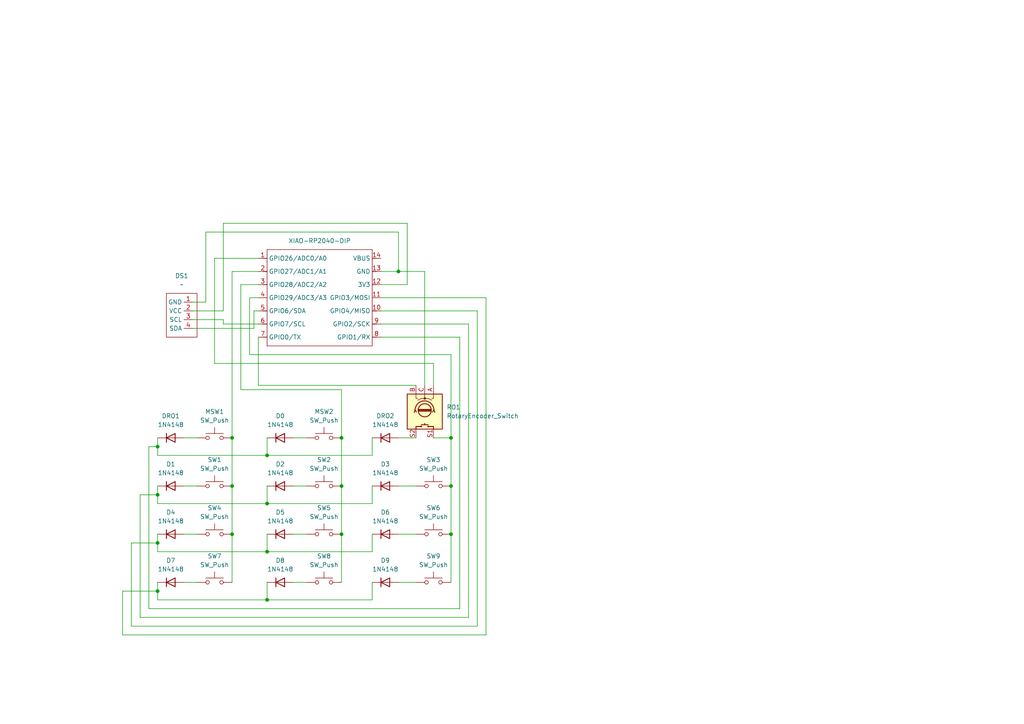
<source format=kicad_sch>
(kicad_sch
	(version 20250114)
	(generator "eeschema")
	(generator_version "9.0")
	(uuid "e0c31e5c-c5a4-4683-9435-1cd0357996b6")
	(paper "A4")
	(lib_symbols
		(symbol "Device:RotaryEncoder_Switch"
			(pin_names
				(offset 0.254)
				(hide yes)
			)
			(exclude_from_sim no)
			(in_bom yes)
			(on_board yes)
			(property "Reference" "SW"
				(at 0 6.604 0)
				(effects
					(font
						(size 1.27 1.27)
					)
				)
			)
			(property "Value" "RotaryEncoder_Switch"
				(at 0 -6.604 0)
				(effects
					(font
						(size 1.27 1.27)
					)
				)
			)
			(property "Footprint" ""
				(at -3.81 4.064 0)
				(effects
					(font
						(size 1.27 1.27)
					)
					(hide yes)
				)
			)
			(property "Datasheet" "~"
				(at 0 6.604 0)
				(effects
					(font
						(size 1.27 1.27)
					)
					(hide yes)
				)
			)
			(property "Description" "Rotary encoder, dual channel, incremental quadrate outputs, with switch"
				(at 0 0 0)
				(effects
					(font
						(size 1.27 1.27)
					)
					(hide yes)
				)
			)
			(property "ki_keywords" "rotary switch encoder switch push button"
				(at 0 0 0)
				(effects
					(font
						(size 1.27 1.27)
					)
					(hide yes)
				)
			)
			(property "ki_fp_filters" "RotaryEncoder*Switch*"
				(at 0 0 0)
				(effects
					(font
						(size 1.27 1.27)
					)
					(hide yes)
				)
			)
			(symbol "RotaryEncoder_Switch_0_1"
				(rectangle
					(start -5.08 5.08)
					(end 5.08 -5.08)
					(stroke
						(width 0.254)
						(type default)
					)
					(fill
						(type background)
					)
				)
				(polyline
					(pts
						(xy -5.08 2.54) (xy -3.81 2.54) (xy -3.81 2.032)
					)
					(stroke
						(width 0)
						(type default)
					)
					(fill
						(type none)
					)
				)
				(polyline
					(pts
						(xy -5.08 0) (xy -3.81 0) (xy -3.81 -1.016) (xy -3.302 -2.032)
					)
					(stroke
						(width 0)
						(type default)
					)
					(fill
						(type none)
					)
				)
				(polyline
					(pts
						(xy -5.08 -2.54) (xy -3.81 -2.54) (xy -3.81 -2.032)
					)
					(stroke
						(width 0)
						(type default)
					)
					(fill
						(type none)
					)
				)
				(polyline
					(pts
						(xy -4.318 0) (xy -3.81 0) (xy -3.81 1.016) (xy -3.302 2.032)
					)
					(stroke
						(width 0)
						(type default)
					)
					(fill
						(type none)
					)
				)
				(circle
					(center -3.81 0)
					(radius 0.254)
					(stroke
						(width 0)
						(type default)
					)
					(fill
						(type outline)
					)
				)
				(polyline
					(pts
						(xy -0.635 -1.778) (xy -0.635 1.778)
					)
					(stroke
						(width 0.254)
						(type default)
					)
					(fill
						(type none)
					)
				)
				(circle
					(center -0.381 0)
					(radius 1.905)
					(stroke
						(width 0.254)
						(type default)
					)
					(fill
						(type none)
					)
				)
				(polyline
					(pts
						(xy -0.381 -1.778) (xy -0.381 1.778)
					)
					(stroke
						(width 0.254)
						(type default)
					)
					(fill
						(type none)
					)
				)
				(arc
					(start -0.381 -2.794)
					(mid -3.0988 -0.0635)
					(end -0.381 2.667)
					(stroke
						(width 0.254)
						(type default)
					)
					(fill
						(type none)
					)
				)
				(polyline
					(pts
						(xy -0.127 1.778) (xy -0.127 -1.778)
					)
					(stroke
						(width 0.254)
						(type default)
					)
					(fill
						(type none)
					)
				)
				(polyline
					(pts
						(xy 0.254 2.921) (xy -0.508 2.667) (xy 0.127 2.286)
					)
					(stroke
						(width 0.254)
						(type default)
					)
					(fill
						(type none)
					)
				)
				(polyline
					(pts
						(xy 0.254 -3.048) (xy -0.508 -2.794) (xy 0.127 -2.413)
					)
					(stroke
						(width 0.254)
						(type default)
					)
					(fill
						(type none)
					)
				)
				(polyline
					(pts
						(xy 3.81 1.016) (xy 3.81 -1.016)
					)
					(stroke
						(width 0.254)
						(type default)
					)
					(fill
						(type none)
					)
				)
				(polyline
					(pts
						(xy 3.81 0) (xy 3.429 0)
					)
					(stroke
						(width 0.254)
						(type default)
					)
					(fill
						(type none)
					)
				)
				(circle
					(center 4.318 1.016)
					(radius 0.127)
					(stroke
						(width 0.254)
						(type default)
					)
					(fill
						(type none)
					)
				)
				(circle
					(center 4.318 -1.016)
					(radius 0.127)
					(stroke
						(width 0.254)
						(type default)
					)
					(fill
						(type none)
					)
				)
				(polyline
					(pts
						(xy 5.08 2.54) (xy 4.318 2.54) (xy 4.318 1.016)
					)
					(stroke
						(width 0.254)
						(type default)
					)
					(fill
						(type none)
					)
				)
				(polyline
					(pts
						(xy 5.08 -2.54) (xy 4.318 -2.54) (xy 4.318 -1.016)
					)
					(stroke
						(width 0.254)
						(type default)
					)
					(fill
						(type none)
					)
				)
			)
			(symbol "RotaryEncoder_Switch_1_1"
				(pin passive line
					(at -7.62 2.54 0)
					(length 2.54)
					(name "A"
						(effects
							(font
								(size 1.27 1.27)
							)
						)
					)
					(number "A"
						(effects
							(font
								(size 1.27 1.27)
							)
						)
					)
				)
				(pin passive line
					(at -7.62 0 0)
					(length 2.54)
					(name "C"
						(effects
							(font
								(size 1.27 1.27)
							)
						)
					)
					(number "C"
						(effects
							(font
								(size 1.27 1.27)
							)
						)
					)
				)
				(pin passive line
					(at -7.62 -2.54 0)
					(length 2.54)
					(name "B"
						(effects
							(font
								(size 1.27 1.27)
							)
						)
					)
					(number "B"
						(effects
							(font
								(size 1.27 1.27)
							)
						)
					)
				)
				(pin passive line
					(at 7.62 2.54 180)
					(length 2.54)
					(name "S1"
						(effects
							(font
								(size 1.27 1.27)
							)
						)
					)
					(number "S1"
						(effects
							(font
								(size 1.27 1.27)
							)
						)
					)
				)
				(pin passive line
					(at 7.62 -2.54 180)
					(length 2.54)
					(name "S2"
						(effects
							(font
								(size 1.27 1.27)
							)
						)
					)
					(number "S2"
						(effects
							(font
								(size 1.27 1.27)
							)
						)
					)
				)
			)
			(embedded_fonts no)
		)
		(symbol "Diode:1N4148"
			(pin_numbers
				(hide yes)
			)
			(pin_names
				(hide yes)
			)
			(exclude_from_sim no)
			(in_bom yes)
			(on_board yes)
			(property "Reference" "D"
				(at 0 2.54 0)
				(effects
					(font
						(size 1.27 1.27)
					)
				)
			)
			(property "Value" "1N4148"
				(at 0 -2.54 0)
				(effects
					(font
						(size 1.27 1.27)
					)
				)
			)
			(property "Footprint" "Diode_THT:D_DO-35_SOD27_P7.62mm_Horizontal"
				(at 0 0 0)
				(effects
					(font
						(size 1.27 1.27)
					)
					(hide yes)
				)
			)
			(property "Datasheet" "https://assets.nexperia.com/documents/data-sheet/1N4148_1N4448.pdf"
				(at 0 0 0)
				(effects
					(font
						(size 1.27 1.27)
					)
					(hide yes)
				)
			)
			(property "Description" "100V 0.15A standard switching diode, DO-35"
				(at 0 0 0)
				(effects
					(font
						(size 1.27 1.27)
					)
					(hide yes)
				)
			)
			(property "Sim.Device" "D"
				(at 0 0 0)
				(effects
					(font
						(size 1.27 1.27)
					)
					(hide yes)
				)
			)
			(property "Sim.Pins" "1=K 2=A"
				(at 0 0 0)
				(effects
					(font
						(size 1.27 1.27)
					)
					(hide yes)
				)
			)
			(property "ki_keywords" "diode"
				(at 0 0 0)
				(effects
					(font
						(size 1.27 1.27)
					)
					(hide yes)
				)
			)
			(property "ki_fp_filters" "D*DO?35*"
				(at 0 0 0)
				(effects
					(font
						(size 1.27 1.27)
					)
					(hide yes)
				)
			)
			(symbol "1N4148_0_1"
				(polyline
					(pts
						(xy -1.27 1.27) (xy -1.27 -1.27)
					)
					(stroke
						(width 0.254)
						(type default)
					)
					(fill
						(type none)
					)
				)
				(polyline
					(pts
						(xy 1.27 1.27) (xy 1.27 -1.27) (xy -1.27 0) (xy 1.27 1.27)
					)
					(stroke
						(width 0.254)
						(type default)
					)
					(fill
						(type none)
					)
				)
				(polyline
					(pts
						(xy 1.27 0) (xy -1.27 0)
					)
					(stroke
						(width 0)
						(type default)
					)
					(fill
						(type none)
					)
				)
			)
			(symbol "1N4148_1_1"
				(pin passive line
					(at -3.81 0 0)
					(length 2.54)
					(name "K"
						(effects
							(font
								(size 1.27 1.27)
							)
						)
					)
					(number "1"
						(effects
							(font
								(size 1.27 1.27)
							)
						)
					)
				)
				(pin passive line
					(at 3.81 0 180)
					(length 2.54)
					(name "A"
						(effects
							(font
								(size 1.27 1.27)
							)
						)
					)
					(number "2"
						(effects
							(font
								(size 1.27 1.27)
							)
						)
					)
				)
			)
			(embedded_fonts no)
		)
		(symbol "Seeed_Studio_XIAO_Series:XIAO-RP2040-DIP"
			(exclude_from_sim no)
			(in_bom yes)
			(on_board yes)
			(property "Reference" "U"
				(at 0 0 0)
				(effects
					(font
						(size 1.27 1.27)
					)
				)
			)
			(property "Value" "XIAO-RP2040-DIP"
				(at 5.334 -1.778 0)
				(effects
					(font
						(size 1.27 1.27)
					)
				)
			)
			(property "Footprint" "Module:MOUDLE14P-XIAO-DIP-SMD"
				(at 14.478 -32.258 0)
				(effects
					(font
						(size 1.27 1.27)
					)
					(hide yes)
				)
			)
			(property "Datasheet" ""
				(at 0 0 0)
				(effects
					(font
						(size 1.27 1.27)
					)
					(hide yes)
				)
			)
			(property "Description" ""
				(at 0 0 0)
				(effects
					(font
						(size 1.27 1.27)
					)
					(hide yes)
				)
			)
			(symbol "XIAO-RP2040-DIP_1_0"
				(polyline
					(pts
						(xy -1.27 -2.54) (xy 29.21 -2.54)
					)
					(stroke
						(width 0.1524)
						(type solid)
					)
					(fill
						(type none)
					)
				)
				(polyline
					(pts
						(xy -1.27 -5.08) (xy -2.54 -5.08)
					)
					(stroke
						(width 0.1524)
						(type solid)
					)
					(fill
						(type none)
					)
				)
				(polyline
					(pts
						(xy -1.27 -5.08) (xy -1.27 -2.54)
					)
					(stroke
						(width 0.1524)
						(type solid)
					)
					(fill
						(type none)
					)
				)
				(polyline
					(pts
						(xy -1.27 -8.89) (xy -2.54 -8.89)
					)
					(stroke
						(width 0.1524)
						(type solid)
					)
					(fill
						(type none)
					)
				)
				(polyline
					(pts
						(xy -1.27 -8.89) (xy -1.27 -5.08)
					)
					(stroke
						(width 0.1524)
						(type solid)
					)
					(fill
						(type none)
					)
				)
				(polyline
					(pts
						(xy -1.27 -12.7) (xy -2.54 -12.7)
					)
					(stroke
						(width 0.1524)
						(type solid)
					)
					(fill
						(type none)
					)
				)
				(polyline
					(pts
						(xy -1.27 -12.7) (xy -1.27 -8.89)
					)
					(stroke
						(width 0.1524)
						(type solid)
					)
					(fill
						(type none)
					)
				)
				(polyline
					(pts
						(xy -1.27 -16.51) (xy -2.54 -16.51)
					)
					(stroke
						(width 0.1524)
						(type solid)
					)
					(fill
						(type none)
					)
				)
				(polyline
					(pts
						(xy -1.27 -16.51) (xy -1.27 -12.7)
					)
					(stroke
						(width 0.1524)
						(type solid)
					)
					(fill
						(type none)
					)
				)
				(polyline
					(pts
						(xy -1.27 -20.32) (xy -2.54 -20.32)
					)
					(stroke
						(width 0.1524)
						(type solid)
					)
					(fill
						(type none)
					)
				)
				(polyline
					(pts
						(xy -1.27 -24.13) (xy -2.54 -24.13)
					)
					(stroke
						(width 0.1524)
						(type solid)
					)
					(fill
						(type none)
					)
				)
				(polyline
					(pts
						(xy -1.27 -27.94) (xy -2.54 -27.94)
					)
					(stroke
						(width 0.1524)
						(type solid)
					)
					(fill
						(type none)
					)
				)
				(polyline
					(pts
						(xy -1.27 -30.48) (xy -1.27 -16.51)
					)
					(stroke
						(width 0.1524)
						(type solid)
					)
					(fill
						(type none)
					)
				)
				(polyline
					(pts
						(xy 29.21 -2.54) (xy 29.21 -5.08)
					)
					(stroke
						(width 0.1524)
						(type solid)
					)
					(fill
						(type none)
					)
				)
				(polyline
					(pts
						(xy 29.21 -5.08) (xy 29.21 -8.89)
					)
					(stroke
						(width 0.1524)
						(type solid)
					)
					(fill
						(type none)
					)
				)
				(polyline
					(pts
						(xy 29.21 -8.89) (xy 29.21 -12.7)
					)
					(stroke
						(width 0.1524)
						(type solid)
					)
					(fill
						(type none)
					)
				)
				(polyline
					(pts
						(xy 29.21 -12.7) (xy 29.21 -30.48)
					)
					(stroke
						(width 0.1524)
						(type solid)
					)
					(fill
						(type none)
					)
				)
				(polyline
					(pts
						(xy 29.21 -30.48) (xy -1.27 -30.48)
					)
					(stroke
						(width 0.1524)
						(type solid)
					)
					(fill
						(type none)
					)
				)
				(polyline
					(pts
						(xy 30.48 -5.08) (xy 29.21 -5.08)
					)
					(stroke
						(width 0.1524)
						(type solid)
					)
					(fill
						(type none)
					)
				)
				(polyline
					(pts
						(xy 30.48 -8.89) (xy 29.21 -8.89)
					)
					(stroke
						(width 0.1524)
						(type solid)
					)
					(fill
						(type none)
					)
				)
				(polyline
					(pts
						(xy 30.48 -12.7) (xy 29.21 -12.7)
					)
					(stroke
						(width 0.1524)
						(type solid)
					)
					(fill
						(type none)
					)
				)
				(polyline
					(pts
						(xy 30.48 -16.51) (xy 29.21 -16.51)
					)
					(stroke
						(width 0.1524)
						(type solid)
					)
					(fill
						(type none)
					)
				)
				(polyline
					(pts
						(xy 30.48 -20.32) (xy 29.21 -20.32)
					)
					(stroke
						(width 0.1524)
						(type solid)
					)
					(fill
						(type none)
					)
				)
				(polyline
					(pts
						(xy 30.48 -24.13) (xy 29.21 -24.13)
					)
					(stroke
						(width 0.1524)
						(type solid)
					)
					(fill
						(type none)
					)
				)
				(polyline
					(pts
						(xy 30.48 -27.94) (xy 29.21 -27.94)
					)
					(stroke
						(width 0.1524)
						(type solid)
					)
					(fill
						(type none)
					)
				)
				(pin passive line
					(at -3.81 -5.08 0)
					(length 2.54)
					(name "GPIO26/ADC0/A0"
						(effects
							(font
								(size 1.27 1.27)
							)
						)
					)
					(number "1"
						(effects
							(font
								(size 1.27 1.27)
							)
						)
					)
				)
				(pin passive line
					(at -3.81 -8.89 0)
					(length 2.54)
					(name "GPIO27/ADC1/A1"
						(effects
							(font
								(size 1.27 1.27)
							)
						)
					)
					(number "2"
						(effects
							(font
								(size 1.27 1.27)
							)
						)
					)
				)
				(pin passive line
					(at -3.81 -12.7 0)
					(length 2.54)
					(name "GPIO28/ADC2/A2"
						(effects
							(font
								(size 1.27 1.27)
							)
						)
					)
					(number "3"
						(effects
							(font
								(size 1.27 1.27)
							)
						)
					)
				)
				(pin passive line
					(at -3.81 -16.51 0)
					(length 2.54)
					(name "GPIO29/ADC3/A3"
						(effects
							(font
								(size 1.27 1.27)
							)
						)
					)
					(number "4"
						(effects
							(font
								(size 1.27 1.27)
							)
						)
					)
				)
				(pin passive line
					(at -3.81 -20.32 0)
					(length 2.54)
					(name "GPIO6/SDA"
						(effects
							(font
								(size 1.27 1.27)
							)
						)
					)
					(number "5"
						(effects
							(font
								(size 1.27 1.27)
							)
						)
					)
				)
				(pin passive line
					(at -3.81 -24.13 0)
					(length 2.54)
					(name "GPIO7/SCL"
						(effects
							(font
								(size 1.27 1.27)
							)
						)
					)
					(number "6"
						(effects
							(font
								(size 1.27 1.27)
							)
						)
					)
				)
				(pin passive line
					(at -3.81 -27.94 0)
					(length 2.54)
					(name "GPIO0/TX"
						(effects
							(font
								(size 1.27 1.27)
							)
						)
					)
					(number "7"
						(effects
							(font
								(size 1.27 1.27)
							)
						)
					)
				)
				(pin passive line
					(at 31.75 -5.08 180)
					(length 2.54)
					(name "VBUS"
						(effects
							(font
								(size 1.27 1.27)
							)
						)
					)
					(number "14"
						(effects
							(font
								(size 1.27 1.27)
							)
						)
					)
				)
				(pin passive line
					(at 31.75 -8.89 180)
					(length 2.54)
					(name "GND"
						(effects
							(font
								(size 1.27 1.27)
							)
						)
					)
					(number "13"
						(effects
							(font
								(size 1.27 1.27)
							)
						)
					)
				)
				(pin passive line
					(at 31.75 -12.7 180)
					(length 2.54)
					(name "3V3"
						(effects
							(font
								(size 1.27 1.27)
							)
						)
					)
					(number "12"
						(effects
							(font
								(size 1.27 1.27)
							)
						)
					)
				)
				(pin passive line
					(at 31.75 -16.51 180)
					(length 2.54)
					(name "GPIO3/MOSI"
						(effects
							(font
								(size 1.27 1.27)
							)
						)
					)
					(number "11"
						(effects
							(font
								(size 1.27 1.27)
							)
						)
					)
				)
				(pin passive line
					(at 31.75 -20.32 180)
					(length 2.54)
					(name "GPIO4/MISO"
						(effects
							(font
								(size 1.27 1.27)
							)
						)
					)
					(number "10"
						(effects
							(font
								(size 1.27 1.27)
							)
						)
					)
				)
				(pin passive line
					(at 31.75 -24.13 180)
					(length 2.54)
					(name "GPIO2/SCK"
						(effects
							(font
								(size 1.27 1.27)
							)
						)
					)
					(number "9"
						(effects
							(font
								(size 1.27 1.27)
							)
						)
					)
				)
				(pin passive line
					(at 31.75 -27.94 180)
					(length 2.54)
					(name "GPIO1/RX"
						(effects
							(font
								(size 1.27 1.27)
							)
						)
					)
					(number "8"
						(effects
							(font
								(size 1.27 1.27)
							)
						)
					)
				)
			)
			(embedded_fonts no)
		)
		(symbol "Switch:SW_Push"
			(pin_numbers
				(hide yes)
			)
			(pin_names
				(offset 1.016)
				(hide yes)
			)
			(exclude_from_sim no)
			(in_bom yes)
			(on_board yes)
			(property "Reference" "SW"
				(at 1.27 2.54 0)
				(effects
					(font
						(size 1.27 1.27)
					)
					(justify left)
				)
			)
			(property "Value" "SW_Push"
				(at 0 -1.524 0)
				(effects
					(font
						(size 1.27 1.27)
					)
				)
			)
			(property "Footprint" ""
				(at 0 5.08 0)
				(effects
					(font
						(size 1.27 1.27)
					)
					(hide yes)
				)
			)
			(property "Datasheet" "~"
				(at 0 5.08 0)
				(effects
					(font
						(size 1.27 1.27)
					)
					(hide yes)
				)
			)
			(property "Description" "Push button switch, generic, two pins"
				(at 0 0 0)
				(effects
					(font
						(size 1.27 1.27)
					)
					(hide yes)
				)
			)
			(property "ki_keywords" "switch normally-open pushbutton push-button"
				(at 0 0 0)
				(effects
					(font
						(size 1.27 1.27)
					)
					(hide yes)
				)
			)
			(symbol "SW_Push_0_1"
				(circle
					(center -2.032 0)
					(radius 0.508)
					(stroke
						(width 0)
						(type default)
					)
					(fill
						(type none)
					)
				)
				(polyline
					(pts
						(xy 0 1.27) (xy 0 3.048)
					)
					(stroke
						(width 0)
						(type default)
					)
					(fill
						(type none)
					)
				)
				(circle
					(center 2.032 0)
					(radius 0.508)
					(stroke
						(width 0)
						(type default)
					)
					(fill
						(type none)
					)
				)
				(polyline
					(pts
						(xy 2.54 1.27) (xy -2.54 1.27)
					)
					(stroke
						(width 0)
						(type default)
					)
					(fill
						(type none)
					)
				)
				(pin passive line
					(at -5.08 0 0)
					(length 2.54)
					(name "1"
						(effects
							(font
								(size 1.27 1.27)
							)
						)
					)
					(number "1"
						(effects
							(font
								(size 1.27 1.27)
							)
						)
					)
				)
				(pin passive line
					(at 5.08 0 180)
					(length 2.54)
					(name "2"
						(effects
							(font
								(size 1.27 1.27)
							)
						)
					)
					(number "2"
						(effects
							(font
								(size 1.27 1.27)
							)
						)
					)
				)
			)
			(embedded_fonts no)
		)
		(symbol "oled_128x32:OLED_128x32_I2C"
			(exclude_from_sim no)
			(in_bom yes)
			(on_board yes)
			(property "Reference" "DS"
				(at 0 0 0)
				(effects
					(font
						(size 1.27 1.27)
					)
				)
			)
			(property "Value" ""
				(at 0 0 0)
				(effects
					(font
						(size 1.27 1.27)
					)
				)
			)
			(property "Footprint" ""
				(at 0 0 0)
				(effects
					(font
						(size 1.27 1.27)
					)
					(hide yes)
				)
			)
			(property "Datasheet" ""
				(at 0 0 0)
				(effects
					(font
						(size 1.27 1.27)
					)
					(hide yes)
				)
			)
			(property "Description" ""
				(at 0 0 0)
				(effects
					(font
						(size 1.27 1.27)
					)
					(hide yes)
				)
			)
			(symbol "OLED_128x32_I2C_0_1"
				(rectangle
					(start 3.81 6.35)
					(end 12.7 -6.35)
					(stroke
						(width 0)
						(type default)
					)
					(fill
						(type none)
					)
				)
			)
			(symbol "OLED_128x32_I2C_1_1"
				(pin power_in line
					(at 11.43 3.81 180)
					(length 2.54)
					(name "GND"
						(effects
							(font
								(size 1.27 1.27)
							)
						)
					)
					(number "1"
						(effects
							(font
								(size 1.27 1.27)
							)
						)
					)
				)
				(pin power_in line
					(at 11.43 1.27 180)
					(length 2.54)
					(name "VCC"
						(effects
							(font
								(size 1.27 1.27)
							)
						)
					)
					(number "2"
						(effects
							(font
								(size 1.27 1.27)
							)
						)
					)
				)
				(pin input line
					(at 11.43 -1.27 180)
					(length 2.54)
					(name "SCL"
						(effects
							(font
								(size 1.27 1.27)
							)
						)
					)
					(number "3"
						(effects
							(font
								(size 1.27 1.27)
							)
						)
					)
				)
				(pin bidirectional line
					(at 11.43 -3.81 180)
					(length 2.54)
					(name "SDA"
						(effects
							(font
								(size 1.27 1.27)
							)
						)
					)
					(number "4"
						(effects
							(font
								(size 1.27 1.27)
							)
						)
					)
				)
			)
			(embedded_fonts no)
		)
	)
	(junction
		(at 45.72 157.48)
		(diameter 0)
		(color 0 0 0 0)
		(uuid "06517cb2-f644-46a4-8ba8-f50c44ea4056")
	)
	(junction
		(at 99.06 154.94)
		(diameter 0)
		(color 0 0 0 0)
		(uuid "1894247c-e88f-4b81-b84b-6d187f50f708")
	)
	(junction
		(at 115.57 78.74)
		(diameter 0)
		(color 0 0 0 0)
		(uuid "1c719eee-2f20-4a9b-bc4a-b155f09d9dd3")
	)
	(junction
		(at 45.72 171.45)
		(diameter 0)
		(color 0 0 0 0)
		(uuid "2c8ef607-1642-49f9-be3f-28b4df1f7f95")
	)
	(junction
		(at 77.47 173.99)
		(diameter 0)
		(color 0 0 0 0)
		(uuid "3ba71884-a206-4cb8-9e39-d67e52198f74")
	)
	(junction
		(at 77.47 132.08)
		(diameter 0)
		(color 0 0 0 0)
		(uuid "4a27efb8-122a-4555-97b8-ad6932656d66")
	)
	(junction
		(at 77.47 146.05)
		(diameter 0)
		(color 0 0 0 0)
		(uuid "4a304db3-3990-4b04-9adc-5d0fb89ee6ad")
	)
	(junction
		(at 45.72 129.54)
		(diameter 0)
		(color 0 0 0 0)
		(uuid "502082ad-1c91-4070-af0b-09d77eb73030")
	)
	(junction
		(at 67.31 154.94)
		(diameter 0)
		(color 0 0 0 0)
		(uuid "64fc1ac1-9f70-44da-be26-1ec6ba4d6022")
	)
	(junction
		(at 77.47 160.02)
		(diameter 0)
		(color 0 0 0 0)
		(uuid "6679d375-3168-4893-85d1-7c8b28f73f48")
	)
	(junction
		(at 45.72 143.51)
		(diameter 0)
		(color 0 0 0 0)
		(uuid "7ffa4448-1545-49be-a5a2-ddaa7ab44c2a")
	)
	(junction
		(at 130.81 140.97)
		(diameter 0)
		(color 0 0 0 0)
		(uuid "95ced2b9-1880-4ba4-b0d8-4e6f6f116f6e")
	)
	(junction
		(at 99.06 140.97)
		(diameter 0)
		(color 0 0 0 0)
		(uuid "b1414ec5-7b27-421b-93e2-c1aefdd097f5")
	)
	(junction
		(at 67.31 127)
		(diameter 0)
		(color 0 0 0 0)
		(uuid "bb22147a-3615-402a-a7a7-9ba8c7fb9949")
	)
	(junction
		(at 67.31 140.97)
		(diameter 0)
		(color 0 0 0 0)
		(uuid "e3c169b5-c348-45ad-ac20-f5a0940b4541")
	)
	(junction
		(at 130.81 154.94)
		(diameter 0)
		(color 0 0 0 0)
		(uuid "e75ee8d0-5fbc-45bb-86aa-af70135f92c6")
	)
	(junction
		(at 99.06 127)
		(diameter 0)
		(color 0 0 0 0)
		(uuid "f10f60a8-9450-40fb-9cdf-e2944503e7f2")
	)
	(junction
		(at 130.81 127)
		(diameter 0)
		(color 0 0 0 0)
		(uuid "f8f61494-af2c-4ea7-8a0b-69878b16801a")
	)
	(wire
		(pts
			(xy 125.73 111.76) (xy 125.73 105.41)
		)
		(stroke
			(width 0)
			(type default)
		)
		(uuid "06476391-9d81-4e7c-b07c-5e8125f1fec8")
	)
	(wire
		(pts
			(xy 77.47 173.99) (xy 107.95 173.99)
		)
		(stroke
			(width 0)
			(type default)
		)
		(uuid "0cd392b3-2461-433e-88a2-5470e7903907")
	)
	(wire
		(pts
			(xy 115.57 78.74) (xy 110.49 78.74)
		)
		(stroke
			(width 0)
			(type default)
		)
		(uuid "0ef8510c-9a7e-4ea4-9977-8c22bf913342")
	)
	(wire
		(pts
			(xy 45.72 157.48) (xy 38.1 157.48)
		)
		(stroke
			(width 0)
			(type default)
		)
		(uuid "10b428eb-226d-491c-9268-58557ddaa2fb")
	)
	(wire
		(pts
			(xy 64.77 93.98) (xy 64.77 92.71)
		)
		(stroke
			(width 0)
			(type default)
		)
		(uuid "12eb078f-7b4c-4ac7-92a4-c468a6669410")
	)
	(wire
		(pts
			(xy 35.56 184.15) (xy 140.97 184.15)
		)
		(stroke
			(width 0)
			(type default)
		)
		(uuid "139db1e9-4d5a-4e40-8082-a5087f8c790f")
	)
	(wire
		(pts
			(xy 53.34 154.94) (xy 57.15 154.94)
		)
		(stroke
			(width 0)
			(type default)
		)
		(uuid "14f70570-080b-4c9a-8f30-a1533bb204b1")
	)
	(wire
		(pts
			(xy 138.43 181.61) (xy 138.43 90.17)
		)
		(stroke
			(width 0)
			(type default)
		)
		(uuid "1507d6ad-b8bd-40c5-ae74-f30f2c18d5c2")
	)
	(wire
		(pts
			(xy 73.66 90.17) (xy 74.93 90.17)
		)
		(stroke
			(width 0)
			(type default)
		)
		(uuid "18dd1217-1c70-45ea-be4e-1d9c89fe7a7c")
	)
	(wire
		(pts
			(xy 55.88 95.25) (xy 73.66 95.25)
		)
		(stroke
			(width 0)
			(type default)
		)
		(uuid "1c3782cf-527d-401c-8899-721fb688eb38")
	)
	(wire
		(pts
			(xy 62.23 74.93) (xy 74.93 74.93)
		)
		(stroke
			(width 0)
			(type default)
		)
		(uuid "1d4b2e12-5c6c-42d7-944a-4e78533eeba7")
	)
	(wire
		(pts
			(xy 73.66 95.25) (xy 73.66 90.17)
		)
		(stroke
			(width 0)
			(type default)
		)
		(uuid "1d942060-d71f-49e5-a964-60e68c5a8754")
	)
	(wire
		(pts
			(xy 64.77 64.77) (xy 118.11 64.77)
		)
		(stroke
			(width 0)
			(type default)
		)
		(uuid "1f32a15b-d609-4d96-bb74-0c8b0f501ab5")
	)
	(wire
		(pts
			(xy 72.39 86.36) (xy 74.93 86.36)
		)
		(stroke
			(width 0)
			(type default)
		)
		(uuid "20c6b4ee-7b90-4c4a-a055-c25f7672e5cb")
	)
	(wire
		(pts
			(xy 99.06 113.03) (xy 69.85 113.03)
		)
		(stroke
			(width 0)
			(type default)
		)
		(uuid "214af0f7-e50c-473c-8d9e-0c97b193f441")
	)
	(wire
		(pts
			(xy 85.09 127) (xy 88.9 127)
		)
		(stroke
			(width 0)
			(type default)
		)
		(uuid "21a54fec-9f32-4e10-9aa3-190813329fec")
	)
	(wire
		(pts
			(xy 45.72 171.45) (xy 35.56 171.45)
		)
		(stroke
			(width 0)
			(type default)
		)
		(uuid "28e231d0-bb83-4ed9-ac08-3f2acf572ef9")
	)
	(wire
		(pts
			(xy 57.15 140.97) (xy 53.34 140.97)
		)
		(stroke
			(width 0)
			(type default)
		)
		(uuid "3f19a17c-c153-4285-af8c-ecfe9ecd0bb8")
	)
	(wire
		(pts
			(xy 107.95 132.08) (xy 77.47 132.08)
		)
		(stroke
			(width 0)
			(type default)
		)
		(uuid "424f107c-9547-4f76-8ed5-893cf3d10a2a")
	)
	(wire
		(pts
			(xy 115.57 127) (xy 120.65 127)
		)
		(stroke
			(width 0)
			(type default)
		)
		(uuid "42b53fe9-955a-4a48-9042-7f2708366952")
	)
	(wire
		(pts
			(xy 45.72 173.99) (xy 77.47 173.99)
		)
		(stroke
			(width 0)
			(type default)
		)
		(uuid "43301b93-b5bc-4dfa-ab93-66c25270934c")
	)
	(wire
		(pts
			(xy 77.47 160.02) (xy 107.95 160.02)
		)
		(stroke
			(width 0)
			(type default)
		)
		(uuid "46267437-4934-4718-b58c-a7a576d2c346")
	)
	(wire
		(pts
			(xy 45.72 132.08) (xy 77.47 132.08)
		)
		(stroke
			(width 0)
			(type default)
		)
		(uuid "4aae7201-8ca5-4806-b56c-40d76dc2e56c")
	)
	(wire
		(pts
			(xy 85.09 140.97) (xy 88.9 140.97)
		)
		(stroke
			(width 0)
			(type default)
		)
		(uuid "4dcc759d-1e97-4483-be98-5f6074c4d66b")
	)
	(wire
		(pts
			(xy 77.47 168.91) (xy 77.47 173.99)
		)
		(stroke
			(width 0)
			(type default)
		)
		(uuid "4ee217f6-61f9-4b40-9eb8-c9aab88361bc")
	)
	(wire
		(pts
			(xy 77.47 154.94) (xy 77.47 160.02)
		)
		(stroke
			(width 0)
			(type default)
		)
		(uuid "4f9fd0ac-6a1c-48b9-9796-504ab63e035c")
	)
	(wire
		(pts
			(xy 77.47 146.05) (xy 107.95 146.05)
		)
		(stroke
			(width 0)
			(type default)
		)
		(uuid "5001526a-03c8-4b8c-a3b5-f6d52b74e391")
	)
	(wire
		(pts
			(xy 130.81 140.97) (xy 130.81 154.94)
		)
		(stroke
			(width 0)
			(type default)
		)
		(uuid "56f9d647-c4b5-455e-9079-e85b88f3fe07")
	)
	(wire
		(pts
			(xy 77.47 127) (xy 77.47 132.08)
		)
		(stroke
			(width 0)
			(type default)
		)
		(uuid "574ba1f2-d187-4c04-b6cb-c3c686c3ccc4")
	)
	(wire
		(pts
			(xy 135.89 93.98) (xy 110.49 93.98)
		)
		(stroke
			(width 0)
			(type default)
		)
		(uuid "5829c20f-0ecf-4044-90f3-3e95b6da64eb")
	)
	(wire
		(pts
			(xy 45.72 127) (xy 45.72 129.54)
		)
		(stroke
			(width 0)
			(type default)
		)
		(uuid "5a6e9fc4-35b6-4d1b-a10d-255d117a31d0")
	)
	(wire
		(pts
			(xy 107.95 127) (xy 107.95 132.08)
		)
		(stroke
			(width 0)
			(type default)
		)
		(uuid "5a83bb84-9fed-464b-a4a8-145ad5404b66")
	)
	(wire
		(pts
			(xy 53.34 168.91) (xy 57.15 168.91)
		)
		(stroke
			(width 0)
			(type default)
		)
		(uuid "5ab94b94-1ce1-435d-9880-f42864af3be7")
	)
	(wire
		(pts
			(xy 125.73 105.41) (xy 62.23 105.41)
		)
		(stroke
			(width 0)
			(type default)
		)
		(uuid "5f418068-d464-4871-be57-70dc05b9ae48")
	)
	(wire
		(pts
			(xy 74.93 111.76) (xy 120.65 111.76)
		)
		(stroke
			(width 0)
			(type default)
		)
		(uuid "60234b69-d936-4f7d-904e-16fe5fbd2c7c")
	)
	(wire
		(pts
			(xy 45.72 160.02) (xy 77.47 160.02)
		)
		(stroke
			(width 0)
			(type default)
		)
		(uuid "623afcfd-7f5c-47df-b4f1-bfab9f7b5c57")
	)
	(wire
		(pts
			(xy 130.81 102.87) (xy 72.39 102.87)
		)
		(stroke
			(width 0)
			(type default)
		)
		(uuid "635d95fb-7338-497e-9720-b08a46213c0c")
	)
	(wire
		(pts
			(xy 133.35 97.79) (xy 133.35 176.53)
		)
		(stroke
			(width 0)
			(type default)
		)
		(uuid "64875340-b1a5-47d8-9fc7-467b44f26e4b")
	)
	(wire
		(pts
			(xy 115.57 67.31) (xy 115.57 78.74)
		)
		(stroke
			(width 0)
			(type default)
		)
		(uuid "64a55b4e-5483-478d-8c04-ccb1fd9ccc6b")
	)
	(wire
		(pts
			(xy 43.18 176.53) (xy 43.18 129.54)
		)
		(stroke
			(width 0)
			(type default)
		)
		(uuid "67ea38d0-2a69-4f32-ba08-b7e26c19a864")
	)
	(wire
		(pts
			(xy 45.72 157.48) (xy 45.72 160.02)
		)
		(stroke
			(width 0)
			(type default)
		)
		(uuid "702908fc-8ebf-4389-b30d-33d51998032f")
	)
	(wire
		(pts
			(xy 53.34 127) (xy 57.15 127)
		)
		(stroke
			(width 0)
			(type default)
		)
		(uuid "74d0f89f-b14c-4ba6-88dd-1b841a9c4808")
	)
	(wire
		(pts
			(xy 45.72 146.05) (xy 77.47 146.05)
		)
		(stroke
			(width 0)
			(type default)
		)
		(uuid "7755aa9d-3bd5-4e94-8a80-5db9b84753a9")
	)
	(wire
		(pts
			(xy 55.88 87.63) (xy 59.69 87.63)
		)
		(stroke
			(width 0)
			(type default)
		)
		(uuid "7962b38c-89a3-4b5e-a64d-343e8ae14f98")
	)
	(wire
		(pts
			(xy 35.56 171.45) (xy 35.56 184.15)
		)
		(stroke
			(width 0)
			(type default)
		)
		(uuid "7ec347ed-0188-4c8d-a082-7ae8e14ee6c4")
	)
	(wire
		(pts
			(xy 99.06 127) (xy 99.06 140.97)
		)
		(stroke
			(width 0)
			(type default)
		)
		(uuid "7fd41613-e249-4b62-bc01-1d0893df3617")
	)
	(wire
		(pts
			(xy 99.06 127) (xy 99.06 113.03)
		)
		(stroke
			(width 0)
			(type default)
		)
		(uuid "7ffe1daa-725a-4504-9b68-cc668d783dba")
	)
	(wire
		(pts
			(xy 135.89 179.07) (xy 135.89 93.98)
		)
		(stroke
			(width 0)
			(type default)
		)
		(uuid "80969c20-7bea-4bd0-b9e4-8a7a8eef32b2")
	)
	(wire
		(pts
			(xy 85.09 168.91) (xy 88.9 168.91)
		)
		(stroke
			(width 0)
			(type default)
		)
		(uuid "83447f4c-c4e8-4cf8-a2a8-0d4d9e5348d5")
	)
	(wire
		(pts
			(xy 45.72 143.51) (xy 45.72 146.05)
		)
		(stroke
			(width 0)
			(type default)
		)
		(uuid "83699ac7-6cde-474c-92f1-aeb475a0a50c")
	)
	(wire
		(pts
			(xy 43.18 129.54) (xy 45.72 129.54)
		)
		(stroke
			(width 0)
			(type default)
		)
		(uuid "85007ff2-29a7-4d16-bd08-8f0cd1696a01")
	)
	(wire
		(pts
			(xy 130.81 154.94) (xy 130.81 168.91)
		)
		(stroke
			(width 0)
			(type default)
		)
		(uuid "8f8ed929-5548-4852-bdf5-b873f32891f0")
	)
	(wire
		(pts
			(xy 67.31 127) (xy 67.31 140.97)
		)
		(stroke
			(width 0)
			(type default)
		)
		(uuid "8ff25c06-8844-47a2-a907-2b818718ec01")
	)
	(wire
		(pts
			(xy 77.47 140.97) (xy 77.47 146.05)
		)
		(stroke
			(width 0)
			(type default)
		)
		(uuid "985bd242-99b5-43bd-82b4-63337cc0e260")
	)
	(wire
		(pts
			(xy 67.31 154.94) (xy 67.31 168.91)
		)
		(stroke
			(width 0)
			(type default)
		)
		(uuid "9daecebb-9099-4978-bdf8-84aa7fbadf3e")
	)
	(wire
		(pts
			(xy 45.72 154.94) (xy 45.72 157.48)
		)
		(stroke
			(width 0)
			(type default)
		)
		(uuid "9e436a7b-d8fc-4e77-bb39-dc94a241364e")
	)
	(wire
		(pts
			(xy 118.11 82.55) (xy 110.49 82.55)
		)
		(stroke
			(width 0)
			(type default)
		)
		(uuid "9fd35f0b-4d83-478e-954b-0e02aaa75927")
	)
	(wire
		(pts
			(xy 38.1 181.61) (xy 138.43 181.61)
		)
		(stroke
			(width 0)
			(type default)
		)
		(uuid "a072b942-b6d9-4750-bd4e-b7c8ab3e2e8b")
	)
	(wire
		(pts
			(xy 59.69 87.63) (xy 59.69 67.31)
		)
		(stroke
			(width 0)
			(type default)
		)
		(uuid "a3135b57-7839-4049-bd22-e863a3917bec")
	)
	(wire
		(pts
			(xy 123.19 78.74) (xy 115.57 78.74)
		)
		(stroke
			(width 0)
			(type default)
		)
		(uuid "a603bf1f-21b1-4134-a983-f384889e550a")
	)
	(wire
		(pts
			(xy 110.49 97.79) (xy 133.35 97.79)
		)
		(stroke
			(width 0)
			(type default)
		)
		(uuid "a80a33cc-9ec1-40d8-8999-b51a0f1befbe")
	)
	(wire
		(pts
			(xy 118.11 64.77) (xy 118.11 82.55)
		)
		(stroke
			(width 0)
			(type default)
		)
		(uuid "a86e42c0-9520-482f-abdc-d1cba9c306fe")
	)
	(wire
		(pts
			(xy 55.88 92.71) (xy 64.77 92.71)
		)
		(stroke
			(width 0)
			(type default)
		)
		(uuid "aa0d79c4-26ef-4847-8fe6-5a0670ffdb5e")
	)
	(wire
		(pts
			(xy 107.95 154.94) (xy 107.95 160.02)
		)
		(stroke
			(width 0)
			(type default)
		)
		(uuid "aad69bb1-880a-486f-a1d7-fd891082b075")
	)
	(wire
		(pts
			(xy 85.09 154.94) (xy 88.9 154.94)
		)
		(stroke
			(width 0)
			(type default)
		)
		(uuid "afd448ce-f2a6-47b3-9605-54bbbd7d88f5")
	)
	(wire
		(pts
			(xy 107.95 140.97) (xy 107.95 146.05)
		)
		(stroke
			(width 0)
			(type default)
		)
		(uuid "b13665dc-2411-4f2f-9a14-62158b57de5f")
	)
	(wire
		(pts
			(xy 45.72 171.45) (xy 45.72 173.99)
		)
		(stroke
			(width 0)
			(type default)
		)
		(uuid "b655e798-3e97-4746-907a-d885564a19d9")
	)
	(wire
		(pts
			(xy 130.81 127) (xy 130.81 102.87)
		)
		(stroke
			(width 0)
			(type default)
		)
		(uuid "b73d2df3-b0f0-4781-812e-95727054f6a1")
	)
	(wire
		(pts
			(xy 67.31 78.74) (xy 67.31 127)
		)
		(stroke
			(width 0)
			(type default)
		)
		(uuid "b8ae1ca0-55af-4a25-928b-e8325492871c")
	)
	(wire
		(pts
			(xy 69.85 82.55) (xy 74.93 82.55)
		)
		(stroke
			(width 0)
			(type default)
		)
		(uuid "bc51688c-28a7-4a5c-aa92-990b28214422")
	)
	(wire
		(pts
			(xy 123.19 78.74) (xy 123.19 111.76)
		)
		(stroke
			(width 0)
			(type default)
		)
		(uuid "bc525b14-e11e-4aa2-ab3b-325ce3b051bc")
	)
	(wire
		(pts
			(xy 62.23 105.41) (xy 62.23 74.93)
		)
		(stroke
			(width 0)
			(type default)
		)
		(uuid "bdfacb1b-67c3-4edf-b33d-33db833b6bc1")
	)
	(wire
		(pts
			(xy 99.06 154.94) (xy 99.06 168.91)
		)
		(stroke
			(width 0)
			(type default)
		)
		(uuid "c0957bdc-9d70-4ad8-a6c3-fbc18daec11f")
	)
	(wire
		(pts
			(xy 115.57 168.91) (xy 120.65 168.91)
		)
		(stroke
			(width 0)
			(type default)
		)
		(uuid "c15b6874-8636-4fc6-bcce-5ee35dd3cc40")
	)
	(wire
		(pts
			(xy 99.06 140.97) (xy 99.06 154.94)
		)
		(stroke
			(width 0)
			(type default)
		)
		(uuid "c451edcb-99b6-4ff9-9bce-86140dad9301")
	)
	(wire
		(pts
			(xy 40.64 143.51) (xy 40.64 179.07)
		)
		(stroke
			(width 0)
			(type default)
		)
		(uuid "c5681caa-2f0d-4a66-8810-31c5b9b28236")
	)
	(wire
		(pts
			(xy 115.57 140.97) (xy 120.65 140.97)
		)
		(stroke
			(width 0)
			(type default)
		)
		(uuid "c759ab65-7495-4dc5-ba8c-2249f35d188b")
	)
	(wire
		(pts
			(xy 67.31 140.97) (xy 67.31 154.94)
		)
		(stroke
			(width 0)
			(type default)
		)
		(uuid "c8832a0b-c4de-48e4-b204-6cd178458f51")
	)
	(wire
		(pts
			(xy 115.57 154.94) (xy 120.65 154.94)
		)
		(stroke
			(width 0)
			(type default)
		)
		(uuid "cd3e17ec-eb93-43cf-8878-b58d6a5d64f1")
	)
	(wire
		(pts
			(xy 74.93 93.98) (xy 64.77 93.98)
		)
		(stroke
			(width 0)
			(type default)
		)
		(uuid "ce30bef2-27a6-41d0-aaa2-36fd7e969822")
	)
	(wire
		(pts
			(xy 140.97 86.36) (xy 110.49 86.36)
		)
		(stroke
			(width 0)
			(type default)
		)
		(uuid "d146579b-0bfd-40e7-bb1e-cb47700871fe")
	)
	(wire
		(pts
			(xy 40.64 179.07) (xy 135.89 179.07)
		)
		(stroke
			(width 0)
			(type default)
		)
		(uuid "d3203d2c-1fcd-4393-8f03-466dab22572e")
	)
	(wire
		(pts
			(xy 45.72 168.91) (xy 45.72 171.45)
		)
		(stroke
			(width 0)
			(type default)
		)
		(uuid "d362fa41-4316-4e0a-910d-a7553ba5e1e7")
	)
	(wire
		(pts
			(xy 45.72 129.54) (xy 45.72 132.08)
		)
		(stroke
			(width 0)
			(type default)
		)
		(uuid "d3f6ffb2-f772-4e15-ae5a-4248a3c8bbfa")
	)
	(wire
		(pts
			(xy 72.39 102.87) (xy 72.39 86.36)
		)
		(stroke
			(width 0)
			(type default)
		)
		(uuid "d403687c-f5d3-4965-a6df-52b51cc121ca")
	)
	(wire
		(pts
			(xy 38.1 157.48) (xy 38.1 181.61)
		)
		(stroke
			(width 0)
			(type default)
		)
		(uuid "d756676e-1747-43d3-b64d-417dd237410f")
	)
	(wire
		(pts
			(xy 45.72 143.51) (xy 40.64 143.51)
		)
		(stroke
			(width 0)
			(type default)
		)
		(uuid "d94bc754-b79d-4bc5-8faf-e85a2574dc87")
	)
	(wire
		(pts
			(xy 67.31 78.74) (xy 74.93 78.74)
		)
		(stroke
			(width 0)
			(type default)
		)
		(uuid "dc77c2df-ce90-4c5b-b321-c9ce2cd17a15")
	)
	(wire
		(pts
			(xy 133.35 176.53) (xy 43.18 176.53)
		)
		(stroke
			(width 0)
			(type default)
		)
		(uuid "dc8e9c6a-b7f1-4115-bc9d-6fbba2dc8c33")
	)
	(wire
		(pts
			(xy 107.95 168.91) (xy 107.95 173.99)
		)
		(stroke
			(width 0)
			(type default)
		)
		(uuid "ded96af6-57a0-41a7-9a0e-deaad2390839")
	)
	(wire
		(pts
			(xy 55.88 90.17) (xy 64.77 90.17)
		)
		(stroke
			(width 0)
			(type default)
		)
		(uuid "e2e17e1b-c7ca-41c5-b02f-7543e83b99c7")
	)
	(wire
		(pts
			(xy 138.43 90.17) (xy 110.49 90.17)
		)
		(stroke
			(width 0)
			(type default)
		)
		(uuid "ea8356af-5080-4a69-b206-cdac36b9dcde")
	)
	(wire
		(pts
			(xy 130.81 127) (xy 130.81 140.97)
		)
		(stroke
			(width 0)
			(type default)
		)
		(uuid "f695c19a-c86c-4ea2-9fc5-6f4f33e14da3")
	)
	(wire
		(pts
			(xy 125.73 127) (xy 130.81 127)
		)
		(stroke
			(width 0)
			(type default)
		)
		(uuid "f78d4e37-bf49-4939-9125-6c0d3747c36f")
	)
	(wire
		(pts
			(xy 64.77 90.17) (xy 64.77 64.77)
		)
		(stroke
			(width 0)
			(type default)
		)
		(uuid "f98eb9ad-1762-457e-8aee-9ba2e7e3980a")
	)
	(wire
		(pts
			(xy 59.69 67.31) (xy 115.57 67.31)
		)
		(stroke
			(width 0)
			(type default)
		)
		(uuid "fb08351a-84dc-4510-b773-70c54fb90e2f")
	)
	(wire
		(pts
			(xy 69.85 82.55) (xy 69.85 113.03)
		)
		(stroke
			(width 0)
			(type default)
		)
		(uuid "fb51cff4-f1f9-497f-b611-d5cfd16a2103")
	)
	(wire
		(pts
			(xy 140.97 184.15) (xy 140.97 86.36)
		)
		(stroke
			(width 0)
			(type default)
		)
		(uuid "fc268084-3f50-482b-b38e-1f29a41afb8e")
	)
	(wire
		(pts
			(xy 74.93 97.79) (xy 74.93 111.76)
		)
		(stroke
			(width 0)
			(type default)
		)
		(uuid "fcc630a9-effd-4907-8ab6-2a98dafcdc0d")
	)
	(wire
		(pts
			(xy 45.72 140.97) (xy 45.72 143.51)
		)
		(stroke
			(width 0)
			(type default)
		)
		(uuid "ff3ab79e-e3f9-4007-ab51-50a9de5e8071")
	)
	(symbol
		(lib_id "Diode:1N4148")
		(at 81.28 140.97 0)
		(unit 1)
		(exclude_from_sim no)
		(in_bom yes)
		(on_board yes)
		(dnp no)
		(fields_autoplaced yes)
		(uuid "0f6205cd-32ce-4383-94d2-6ee7f0ab2db6")
		(property "Reference" "D2"
			(at 81.28 134.62 0)
			(effects
				(font
					(size 1.27 1.27)
				)
			)
		)
		(property "Value" "1N4148"
			(at 81.28 137.16 0)
			(effects
				(font
					(size 1.27 1.27)
				)
			)
		)
		(property "Footprint" "Diode_THT:D_DO-35_SOD27_P7.62mm_Horizontal"
			(at 81.28 140.97 0)
			(effects
				(font
					(size 1.27 1.27)
				)
				(hide yes)
			)
		)
		(property "Datasheet" "https://assets.nexperia.com/documents/data-sheet/1N4148_1N4448.pdf"
			(at 81.28 140.97 0)
			(effects
				(font
					(size 1.27 1.27)
				)
				(hide yes)
			)
		)
		(property "Description" "100V 0.15A standard switching diode, DO-35"
			(at 81.28 140.97 0)
			(effects
				(font
					(size 1.27 1.27)
				)
				(hide yes)
			)
		)
		(property "Sim.Device" "D"
			(at 81.28 140.97 0)
			(effects
				(font
					(size 1.27 1.27)
				)
				(hide yes)
			)
		)
		(property "Sim.Pins" "1=K 2=A"
			(at 81.28 140.97 0)
			(effects
				(font
					(size 1.27 1.27)
				)
				(hide yes)
			)
		)
		(pin "2"
			(uuid "05401c1d-aee7-4fd6-9dc5-10f0e1578b01")
		)
		(pin "1"
			(uuid "751b529c-5992-4360-ae62-f4da49525b8a")
		)
		(instances
			(project "ss"
				(path "/e0c31e5c-c5a4-4683-9435-1cd0357996b6"
					(reference "D2")
					(unit 1)
				)
			)
		)
	)
	(symbol
		(lib_id "Diode:1N4148")
		(at 49.53 127 0)
		(unit 1)
		(exclude_from_sim no)
		(in_bom yes)
		(on_board yes)
		(dnp no)
		(fields_autoplaced yes)
		(uuid "103c79c4-094c-409b-94d5-248fbb3c3643")
		(property "Reference" "DRO1"
			(at 49.53 120.65 0)
			(effects
				(font
					(size 1.27 1.27)
				)
			)
		)
		(property "Value" "1N4148"
			(at 49.53 123.19 0)
			(effects
				(font
					(size 1.27 1.27)
				)
			)
		)
		(property "Footprint" "Diode_THT:D_DO-35_SOD27_P7.62mm_Horizontal"
			(at 49.53 127 0)
			(effects
				(font
					(size 1.27 1.27)
				)
				(hide yes)
			)
		)
		(property "Datasheet" "https://assets.nexperia.com/documents/data-sheet/1N4148_1N4448.pdf"
			(at 49.53 127 0)
			(effects
				(font
					(size 1.27 1.27)
				)
				(hide yes)
			)
		)
		(property "Description" "100V 0.15A standard switching diode, DO-35"
			(at 49.53 127 0)
			(effects
				(font
					(size 1.27 1.27)
				)
				(hide yes)
			)
		)
		(property "Sim.Device" "D"
			(at 49.53 127 0)
			(effects
				(font
					(size 1.27 1.27)
				)
				(hide yes)
			)
		)
		(property "Sim.Pins" "1=K 2=A"
			(at 49.53 127 0)
			(effects
				(font
					(size 1.27 1.27)
				)
				(hide yes)
			)
		)
		(pin "2"
			(uuid "4ba3a530-ea3f-4548-b89b-74bc702c27d2")
		)
		(pin "1"
			(uuid "5d0bdaa9-8138-4f53-97f5-895d166e51dd")
		)
		(instances
			(project ""
				(path "/e0c31e5c-c5a4-4683-9435-1cd0357996b6"
					(reference "DRO1")
					(unit 1)
				)
			)
		)
	)
	(symbol
		(lib_id "Switch:SW_Push")
		(at 93.98 168.91 0)
		(unit 1)
		(exclude_from_sim no)
		(in_bom yes)
		(on_board yes)
		(dnp no)
		(uuid "1aecb66d-4b6c-4eae-bcfe-269adc9d5aab")
		(property "Reference" "SW8"
			(at 93.98 161.29 0)
			(effects
				(font
					(size 1.27 1.27)
				)
			)
		)
		(property "Value" "SW_Push"
			(at 93.98 163.83 0)
			(effects
				(font
					(size 1.27 1.27)
				)
			)
		)
		(property "Footprint" "Button_Switch_Keyboard:SW_Cherry_MX_1.00u_PCB"
			(at 93.98 163.83 0)
			(effects
				(font
					(size 1.27 1.27)
				)
				(hide yes)
			)
		)
		(property "Datasheet" "~"
			(at 93.98 163.83 0)
			(effects
				(font
					(size 1.27 1.27)
				)
				(hide yes)
			)
		)
		(property "Description" "Push button switch, generic, two pins"
			(at 93.98 168.91 0)
			(effects
				(font
					(size 1.27 1.27)
				)
				(hide yes)
			)
		)
		(pin "1"
			(uuid "cdc54d9a-a052-4a83-8615-b10cff60d881")
		)
		(pin "2"
			(uuid "02b3e620-86f4-4f3e-8128-198d27b6e38e")
		)
		(instances
			(project "ss"
				(path "/e0c31e5c-c5a4-4683-9435-1cd0357996b6"
					(reference "SW8")
					(unit 1)
				)
			)
		)
	)
	(symbol
		(lib_id "Switch:SW_Push")
		(at 62.23 154.94 0)
		(unit 1)
		(exclude_from_sim no)
		(in_bom yes)
		(on_board yes)
		(dnp no)
		(uuid "23a1b92d-284c-4f08-9522-9c796a254a6c")
		(property "Reference" "SW4"
			(at 62.23 147.32 0)
			(effects
				(font
					(size 1.27 1.27)
				)
			)
		)
		(property "Value" "SW_Push"
			(at 62.23 149.86 0)
			(effects
				(font
					(size 1.27 1.27)
				)
			)
		)
		(property "Footprint" "Button_Switch_Keyboard:SW_Cherry_MX_1.00u_PCB"
			(at 62.23 149.86 0)
			(effects
				(font
					(size 1.27 1.27)
				)
				(hide yes)
			)
		)
		(property "Datasheet" "~"
			(at 62.23 149.86 0)
			(effects
				(font
					(size 1.27 1.27)
				)
				(hide yes)
			)
		)
		(property "Description" "Push button switch, generic, two pins"
			(at 62.23 154.94 0)
			(effects
				(font
					(size 1.27 1.27)
				)
				(hide yes)
			)
		)
		(pin "1"
			(uuid "80b97dd3-42c3-4b8c-9aed-da238508b0c3")
		)
		(pin "2"
			(uuid "cf8fc983-9a4c-4222-9038-683e11fbeaab")
		)
		(instances
			(project "ss"
				(path "/e0c31e5c-c5a4-4683-9435-1cd0357996b6"
					(reference "SW4")
					(unit 1)
				)
			)
		)
	)
	(symbol
		(lib_id "Switch:SW_Push")
		(at 62.23 168.91 0)
		(unit 1)
		(exclude_from_sim no)
		(in_bom yes)
		(on_board yes)
		(dnp no)
		(uuid "2876b462-00e7-4825-9d3d-a2fd8ca45e79")
		(property "Reference" "SW7"
			(at 62.23 161.29 0)
			(effects
				(font
					(size 1.27 1.27)
				)
			)
		)
		(property "Value" "SW_Push"
			(at 62.23 163.83 0)
			(effects
				(font
					(size 1.27 1.27)
				)
			)
		)
		(property "Footprint" "Button_Switch_Keyboard:SW_Cherry_MX_1.00u_PCB"
			(at 62.23 163.83 0)
			(effects
				(font
					(size 1.27 1.27)
				)
				(hide yes)
			)
		)
		(property "Datasheet" "~"
			(at 62.23 163.83 0)
			(effects
				(font
					(size 1.27 1.27)
				)
				(hide yes)
			)
		)
		(property "Description" "Push button switch, generic, two pins"
			(at 62.23 168.91 0)
			(effects
				(font
					(size 1.27 1.27)
				)
				(hide yes)
			)
		)
		(pin "1"
			(uuid "656563e9-cc00-45fe-a53c-8e5036ea3597")
		)
		(pin "2"
			(uuid "d0190acc-e195-46d6-be12-a39fff43e9d1")
		)
		(instances
			(project "ss"
				(path "/e0c31e5c-c5a4-4683-9435-1cd0357996b6"
					(reference "SW7")
					(unit 1)
				)
			)
		)
	)
	(symbol
		(lib_id "Diode:1N4148")
		(at 111.76 140.97 0)
		(unit 1)
		(exclude_from_sim no)
		(in_bom yes)
		(on_board yes)
		(dnp no)
		(fields_autoplaced yes)
		(uuid "29fb9044-1654-4d4d-badd-fd9bf9b5237f")
		(property "Reference" "D3"
			(at 111.76 134.62 0)
			(effects
				(font
					(size 1.27 1.27)
				)
			)
		)
		(property "Value" "1N4148"
			(at 111.76 137.16 0)
			(effects
				(font
					(size 1.27 1.27)
				)
			)
		)
		(property "Footprint" "Diode_THT:D_DO-35_SOD27_P7.62mm_Horizontal"
			(at 111.76 140.97 0)
			(effects
				(font
					(size 1.27 1.27)
				)
				(hide yes)
			)
		)
		(property "Datasheet" "https://assets.nexperia.com/documents/data-sheet/1N4148_1N4448.pdf"
			(at 111.76 140.97 0)
			(effects
				(font
					(size 1.27 1.27)
				)
				(hide yes)
			)
		)
		(property "Description" "100V 0.15A standard switching diode, DO-35"
			(at 111.76 140.97 0)
			(effects
				(font
					(size 1.27 1.27)
				)
				(hide yes)
			)
		)
		(property "Sim.Device" "D"
			(at 111.76 140.97 0)
			(effects
				(font
					(size 1.27 1.27)
				)
				(hide yes)
			)
		)
		(property "Sim.Pins" "1=K 2=A"
			(at 111.76 140.97 0)
			(effects
				(font
					(size 1.27 1.27)
				)
				(hide yes)
			)
		)
		(pin "2"
			(uuid "1943e945-8710-480c-a94d-7bc40e15d78c")
		)
		(pin "1"
			(uuid "39d6ffde-2046-4e5d-b16d-b099ae4015d0")
		)
		(instances
			(project "ss"
				(path "/e0c31e5c-c5a4-4683-9435-1cd0357996b6"
					(reference "D3")
					(unit 1)
				)
			)
		)
	)
	(symbol
		(lib_id "Diode:1N4148")
		(at 49.53 154.94 0)
		(unit 1)
		(exclude_from_sim no)
		(in_bom yes)
		(on_board yes)
		(dnp no)
		(fields_autoplaced yes)
		(uuid "4fd3a657-24cb-48dd-9fe3-aff95d4cf0fe")
		(property "Reference" "D4"
			(at 49.53 148.59 0)
			(effects
				(font
					(size 1.27 1.27)
				)
			)
		)
		(property "Value" "1N4148"
			(at 49.53 151.13 0)
			(effects
				(font
					(size 1.27 1.27)
				)
			)
		)
		(property "Footprint" "Diode_THT:D_DO-35_SOD27_P7.62mm_Horizontal"
			(at 49.53 154.94 0)
			(effects
				(font
					(size 1.27 1.27)
				)
				(hide yes)
			)
		)
		(property "Datasheet" "https://assets.nexperia.com/documents/data-sheet/1N4148_1N4448.pdf"
			(at 49.53 154.94 0)
			(effects
				(font
					(size 1.27 1.27)
				)
				(hide yes)
			)
		)
		(property "Description" "100V 0.15A standard switching diode, DO-35"
			(at 49.53 154.94 0)
			(effects
				(font
					(size 1.27 1.27)
				)
				(hide yes)
			)
		)
		(property "Sim.Device" "D"
			(at 49.53 154.94 0)
			(effects
				(font
					(size 1.27 1.27)
				)
				(hide yes)
			)
		)
		(property "Sim.Pins" "1=K 2=A"
			(at 49.53 154.94 0)
			(effects
				(font
					(size 1.27 1.27)
				)
				(hide yes)
			)
		)
		(pin "2"
			(uuid "74aba79c-5b68-40a4-8785-8ceb725e5e6e")
		)
		(pin "1"
			(uuid "46b04c36-40e5-4562-9387-2571bbe378a1")
		)
		(instances
			(project "ss"
				(path "/e0c31e5c-c5a4-4683-9435-1cd0357996b6"
					(reference "D4")
					(unit 1)
				)
			)
		)
	)
	(symbol
		(lib_id "oled_128x32:OLED_128x32_I2C")
		(at 44.45 91.44 0)
		(unit 1)
		(exclude_from_sim no)
		(in_bom yes)
		(on_board yes)
		(dnp no)
		(uuid "5daf0499-3cbd-4256-a346-f5e10537c89f")
		(property "Reference" "DS1"
			(at 52.705 80.01 0)
			(effects
				(font
					(size 1.27 1.27)
				)
			)
		)
		(property "Value" "~"
			(at 52.705 82.55 0)
			(effects
				(font
					(size 1.27 1.27)
				)
			)
		)
		(property "Footprint" "oled:SSD1306-0.91-OLED-4pin-128x32"
			(at 44.45 91.44 0)
			(effects
				(font
					(size 1.27 1.27)
				)
				(hide yes)
			)
		)
		(property "Datasheet" ""
			(at 44.45 91.44 0)
			(effects
				(font
					(size 1.27 1.27)
				)
				(hide yes)
			)
		)
		(property "Description" ""
			(at 44.45 91.44 0)
			(effects
				(font
					(size 1.27 1.27)
				)
				(hide yes)
			)
		)
		(pin "1"
			(uuid "401b095a-d7ec-4962-a3c1-e4340874c75c")
		)
		(pin "4"
			(uuid "421184c1-2c76-48a4-a310-608cce97cef7")
		)
		(pin "3"
			(uuid "4583b4ae-7e0a-4ce5-95ac-a7cd932b0ad6")
		)
		(pin "2"
			(uuid "597cb620-4a08-49df-a4a9-0966e24b8603")
		)
		(instances
			(project ""
				(path "/e0c31e5c-c5a4-4683-9435-1cd0357996b6"
					(reference "DS1")
					(unit 1)
				)
			)
		)
	)
	(symbol
		(lib_id "Diode:1N4148")
		(at 111.76 168.91 0)
		(unit 1)
		(exclude_from_sim no)
		(in_bom yes)
		(on_board yes)
		(dnp no)
		(uuid "6e198e2d-a524-4ff0-aa6b-9c7767fad554")
		(property "Reference" "D9"
			(at 111.76 162.56 0)
			(effects
				(font
					(size 1.27 1.27)
				)
			)
		)
		(property "Value" "1N4148"
			(at 111.76 165.1 0)
			(effects
				(font
					(size 1.27 1.27)
				)
			)
		)
		(property "Footprint" "Diode_THT:D_DO-35_SOD27_P7.62mm_Horizontal"
			(at 111.76 168.91 0)
			(effects
				(font
					(size 1.27 1.27)
				)
				(hide yes)
			)
		)
		(property "Datasheet" "https://assets.nexperia.com/documents/data-sheet/1N4148_1N4448.pdf"
			(at 111.76 168.91 0)
			(effects
				(font
					(size 1.27 1.27)
				)
				(hide yes)
			)
		)
		(property "Description" "100V 0.15A standard switching diode, DO-35"
			(at 111.76 168.91 0)
			(effects
				(font
					(size 1.27 1.27)
				)
				(hide yes)
			)
		)
		(property "Sim.Device" "D"
			(at 111.76 168.91 0)
			(effects
				(font
					(size 1.27 1.27)
				)
				(hide yes)
			)
		)
		(property "Sim.Pins" "1=K 2=A"
			(at 111.76 168.91 0)
			(effects
				(font
					(size 1.27 1.27)
				)
				(hide yes)
			)
		)
		(pin "2"
			(uuid "adf78daf-4d74-4b81-a00b-3513b496c402")
		)
		(pin "1"
			(uuid "af2be269-a2b4-49aa-99e3-64f8bd9ab1b4")
		)
		(instances
			(project "ss"
				(path "/e0c31e5c-c5a4-4683-9435-1cd0357996b6"
					(reference "D9")
					(unit 1)
				)
			)
		)
	)
	(symbol
		(lib_id "Switch:SW_Push")
		(at 93.98 154.94 0)
		(unit 1)
		(exclude_from_sim no)
		(in_bom yes)
		(on_board yes)
		(dnp no)
		(uuid "6fea0f73-bafa-425a-93b7-2715032ee01b")
		(property "Reference" "SW5"
			(at 93.98 147.32 0)
			(effects
				(font
					(size 1.27 1.27)
				)
			)
		)
		(property "Value" "SW_Push"
			(at 93.98 149.86 0)
			(effects
				(font
					(size 1.27 1.27)
				)
			)
		)
		(property "Footprint" "Button_Switch_Keyboard:SW_Cherry_MX_1.00u_PCB"
			(at 93.98 149.86 0)
			(effects
				(font
					(size 1.27 1.27)
				)
				(hide yes)
			)
		)
		(property "Datasheet" "~"
			(at 93.98 149.86 0)
			(effects
				(font
					(size 1.27 1.27)
				)
				(hide yes)
			)
		)
		(property "Description" "Push button switch, generic, two pins"
			(at 93.98 154.94 0)
			(effects
				(font
					(size 1.27 1.27)
				)
				(hide yes)
			)
		)
		(pin "1"
			(uuid "045a5ab6-325f-41a3-ae35-0d9df6873567")
		)
		(pin "2"
			(uuid "e4700698-2499-407a-af31-2daf66bbb80b")
		)
		(instances
			(project "ss"
				(path "/e0c31e5c-c5a4-4683-9435-1cd0357996b6"
					(reference "SW5")
					(unit 1)
				)
			)
		)
	)
	(symbol
		(lib_id "Device:RotaryEncoder_Switch")
		(at 123.19 119.38 270)
		(unit 1)
		(exclude_from_sim no)
		(in_bom yes)
		(on_board yes)
		(dnp no)
		(fields_autoplaced yes)
		(uuid "716e80ea-6c58-4733-9d7e-a4bb9c7661cb")
		(property "Reference" "RO1"
			(at 129.54 118.1099 90)
			(effects
				(font
					(size 1.27 1.27)
				)
				(justify left)
			)
		)
		(property "Value" "RotaryEncoder_Switch"
			(at 129.54 120.6499 90)
			(effects
				(font
					(size 1.27 1.27)
				)
				(justify left)
			)
		)
		(property "Footprint" "Rotary_Encoder:RotaryEncoder_Alps_EC11E-Switch_Vertical_H20mm"
			(at 127.254 115.57 0)
			(effects
				(font
					(size 1.27 1.27)
				)
				(hide yes)
			)
		)
		(property "Datasheet" "~"
			(at 129.794 119.38 0)
			(effects
				(font
					(size 1.27 1.27)
				)
				(hide yes)
			)
		)
		(property "Description" "Rotary encoder, dual channel, incremental quadrate outputs, with switch"
			(at 123.19 119.38 0)
			(effects
				(font
					(size 1.27 1.27)
				)
				(hide yes)
			)
		)
		(pin "S1"
			(uuid "784675e8-56d8-4582-a452-48423365be6a")
		)
		(pin "S2"
			(uuid "d7b17046-ec8b-4765-b949-b2ac52ae7775")
		)
		(pin "B"
			(uuid "f3b6d1a7-b7f1-4377-96fe-0f088dff15b2")
		)
		(pin "A"
			(uuid "daaba743-77e7-4978-9457-e4c74a81f231")
		)
		(pin "C"
			(uuid "2e41ba52-707e-434d-a503-d26cd42710fe")
		)
		(instances
			(project "ss"
				(path "/e0c31e5c-c5a4-4683-9435-1cd0357996b6"
					(reference "RO1")
					(unit 1)
				)
			)
		)
	)
	(symbol
		(lib_id "Switch:SW_Push")
		(at 62.23 140.97 0)
		(unit 1)
		(exclude_from_sim no)
		(in_bom yes)
		(on_board yes)
		(dnp no)
		(fields_autoplaced yes)
		(uuid "72a4ab8c-f2f4-432c-b907-404637d272e3")
		(property "Reference" "SW1"
			(at 62.23 133.35 0)
			(effects
				(font
					(size 1.27 1.27)
				)
			)
		)
		(property "Value" "SW_Push"
			(at 62.23 135.89 0)
			(effects
				(font
					(size 1.27 1.27)
				)
			)
		)
		(property "Footprint" "Button_Switch_Keyboard:SW_Cherry_MX_1.00u_PCB"
			(at 62.23 135.89 0)
			(effects
				(font
					(size 1.27 1.27)
				)
				(hide yes)
			)
		)
		(property "Datasheet" "~"
			(at 62.23 135.89 0)
			(effects
				(font
					(size 1.27 1.27)
				)
				(hide yes)
			)
		)
		(property "Description" "Push button switch, generic, two pins"
			(at 62.23 140.97 0)
			(effects
				(font
					(size 1.27 1.27)
				)
				(hide yes)
			)
		)
		(pin "1"
			(uuid "3bef49fa-fd9d-4314-b846-1e53d2e49344")
		)
		(pin "2"
			(uuid "9bab7a75-d6ec-452f-ba91-20d8e25d0c62")
		)
		(instances
			(project "ss"
				(path "/e0c31e5c-c5a4-4683-9435-1cd0357996b6"
					(reference "SW1")
					(unit 1)
				)
			)
		)
	)
	(symbol
		(lib_id "Diode:1N4148")
		(at 81.28 168.91 0)
		(unit 1)
		(exclude_from_sim no)
		(in_bom yes)
		(on_board yes)
		(dnp no)
		(fields_autoplaced yes)
		(uuid "7cad99bf-4a41-4627-88c3-814a59c85ff0")
		(property "Reference" "D8"
			(at 81.28 162.56 0)
			(effects
				(font
					(size 1.27 1.27)
				)
			)
		)
		(property "Value" "1N4148"
			(at 81.28 165.1 0)
			(effects
				(font
					(size 1.27 1.27)
				)
			)
		)
		(property "Footprint" "Diode_THT:D_DO-35_SOD27_P7.62mm_Horizontal"
			(at 81.28 168.91 0)
			(effects
				(font
					(size 1.27 1.27)
				)
				(hide yes)
			)
		)
		(property "Datasheet" "https://assets.nexperia.com/documents/data-sheet/1N4148_1N4448.pdf"
			(at 81.28 168.91 0)
			(effects
				(font
					(size 1.27 1.27)
				)
				(hide yes)
			)
		)
		(property "Description" "100V 0.15A standard switching diode, DO-35"
			(at 81.28 168.91 0)
			(effects
				(font
					(size 1.27 1.27)
				)
				(hide yes)
			)
		)
		(property "Sim.Device" "D"
			(at 81.28 168.91 0)
			(effects
				(font
					(size 1.27 1.27)
				)
				(hide yes)
			)
		)
		(property "Sim.Pins" "1=K 2=A"
			(at 81.28 168.91 0)
			(effects
				(font
					(size 1.27 1.27)
				)
				(hide yes)
			)
		)
		(pin "2"
			(uuid "770add99-e3db-4c8a-92ac-4b75480e2024")
		)
		(pin "1"
			(uuid "39ae2cad-c169-4076-a08f-ba95415761b1")
		)
		(instances
			(project "ss"
				(path "/e0c31e5c-c5a4-4683-9435-1cd0357996b6"
					(reference "D8")
					(unit 1)
				)
			)
		)
	)
	(symbol
		(lib_id "Diode:1N4148")
		(at 111.76 127 0)
		(unit 1)
		(exclude_from_sim no)
		(in_bom yes)
		(on_board yes)
		(dnp no)
		(fields_autoplaced yes)
		(uuid "7df88b24-5530-44a3-8f47-5dbeb8dabb28")
		(property "Reference" "DRO2"
			(at 111.76 120.65 0)
			(effects
				(font
					(size 1.27 1.27)
				)
			)
		)
		(property "Value" "1N4148"
			(at 111.76 123.19 0)
			(effects
				(font
					(size 1.27 1.27)
				)
			)
		)
		(property "Footprint" "Diode_THT:D_DO-35_SOD27_P7.62mm_Horizontal"
			(at 111.76 127 0)
			(effects
				(font
					(size 1.27 1.27)
				)
				(hide yes)
			)
		)
		(property "Datasheet" "https://assets.nexperia.com/documents/data-sheet/1N4148_1N4448.pdf"
			(at 111.76 127 0)
			(effects
				(font
					(size 1.27 1.27)
				)
				(hide yes)
			)
		)
		(property "Description" "100V 0.15A standard switching diode, DO-35"
			(at 111.76 127 0)
			(effects
				(font
					(size 1.27 1.27)
				)
				(hide yes)
			)
		)
		(property "Sim.Device" "D"
			(at 111.76 127 0)
			(effects
				(font
					(size 1.27 1.27)
				)
				(hide yes)
			)
		)
		(property "Sim.Pins" "1=K 2=A"
			(at 111.76 127 0)
			(effects
				(font
					(size 1.27 1.27)
				)
				(hide yes)
			)
		)
		(pin "2"
			(uuid "68b65fcc-8767-42e8-ae37-ae90a4f4a78b")
		)
		(pin "1"
			(uuid "9882eabc-57d9-4c99-bfd9-fef6a9eb5172")
		)
		(instances
			(project "ss"
				(path "/e0c31e5c-c5a4-4683-9435-1cd0357996b6"
					(reference "DRO2")
					(unit 1)
				)
			)
		)
	)
	(symbol
		(lib_id "Seeed_Studio_XIAO_Series:XIAO-RP2040-DIP")
		(at 78.74 69.85 0)
		(unit 1)
		(exclude_from_sim no)
		(in_bom yes)
		(on_board yes)
		(dnp no)
		(fields_autoplaced yes)
		(uuid "8355661e-9f66-4057-991c-9477ad84a5af")
		(property "Reference" "U1"
			(at 92.71 67.31 0)
			(effects
				(font
					(size 1.27 1.27)
				)
				(hide yes)
			)
		)
		(property "Value" "XIAO-RP2040-DIP"
			(at 92.71 69.85 0)
			(effects
				(font
					(size 1.27 1.27)
				)
			)
		)
		(property "Footprint" "OPL:XIAO-RP2040-DIP"
			(at 93.218 102.108 0)
			(effects
				(font
					(size 1.27 1.27)
				)
				(hide yes)
			)
		)
		(property "Datasheet" ""
			(at 78.74 69.85 0)
			(effects
				(font
					(size 1.27 1.27)
				)
				(hide yes)
			)
		)
		(property "Description" ""
			(at 78.74 69.85 0)
			(effects
				(font
					(size 1.27 1.27)
				)
				(hide yes)
			)
		)
		(pin "11"
			(uuid "f2a068ad-40e1-48cd-a63b-e2c5ccd1c4da")
		)
		(pin "14"
			(uuid "f072f1a5-fa2a-4042-bc8b-0c4d61eb0fdc")
		)
		(pin "13"
			(uuid "89d6e0cf-0e51-419e-a0f2-de5987e85ff0")
		)
		(pin "6"
			(uuid "523e0710-879d-4eb4-a598-daadb648829a")
		)
		(pin "10"
			(uuid "3975d32b-3b03-4545-a771-a6447d2e1a77")
		)
		(pin "8"
			(uuid "1a171e3c-36f4-4d2e-9c30-78637b9bc5fb")
		)
		(pin "1"
			(uuid "e5b962f6-34ad-4365-bfb3-cb53426a6ab1")
		)
		(pin "2"
			(uuid "1ab40423-bfce-44fe-8c3d-d8f0cb87339f")
		)
		(pin "4"
			(uuid "8ecd99fb-91e9-446a-813f-fc5cf7830781")
		)
		(pin "5"
			(uuid "2ce05579-e617-4a3c-89a4-77543c0ad673")
		)
		(pin "3"
			(uuid "95524e3a-ca85-4a13-8cce-733999868554")
		)
		(pin "12"
			(uuid "57fee755-396e-4c7a-9062-71310a434083")
		)
		(pin "7"
			(uuid "185a364d-4709-4aa1-80f5-dc1fe9c8be9f")
		)
		(pin "9"
			(uuid "5b00afbe-d9d2-4aad-980c-2c1d2b05ca9f")
		)
		(instances
			(project ""
				(path "/e0c31e5c-c5a4-4683-9435-1cd0357996b6"
					(reference "U1")
					(unit 1)
				)
			)
		)
	)
	(symbol
		(lib_id "Diode:1N4148")
		(at 49.53 140.97 0)
		(unit 1)
		(exclude_from_sim no)
		(in_bom yes)
		(on_board yes)
		(dnp no)
		(uuid "96aa43e7-b53e-4c6f-922c-5a2c9329afc7")
		(property "Reference" "D1"
			(at 49.53 134.62 0)
			(effects
				(font
					(size 1.27 1.27)
				)
			)
		)
		(property "Value" "1N4148"
			(at 49.53 137.16 0)
			(effects
				(font
					(size 1.27 1.27)
				)
			)
		)
		(property "Footprint" "Diode_THT:D_DO-35_SOD27_P7.62mm_Horizontal"
			(at 49.53 140.97 0)
			(effects
				(font
					(size 1.27 1.27)
				)
				(hide yes)
			)
		)
		(property "Datasheet" "https://assets.nexperia.com/documents/data-sheet/1N4148_1N4448.pdf"
			(at 49.53 140.97 0)
			(effects
				(font
					(size 1.27 1.27)
				)
				(hide yes)
			)
		)
		(property "Description" "100V 0.15A standard switching diode, DO-35"
			(at 49.53 140.97 0)
			(effects
				(font
					(size 1.27 1.27)
				)
				(hide yes)
			)
		)
		(property "Sim.Device" "D"
			(at 49.53 140.97 0)
			(effects
				(font
					(size 1.27 1.27)
				)
				(hide yes)
			)
		)
		(property "Sim.Pins" "1=K 2=A"
			(at 49.53 140.97 0)
			(effects
				(font
					(size 1.27 1.27)
				)
				(hide yes)
			)
		)
		(pin "2"
			(uuid "5121fd51-0c30-4871-852f-34798ec74257")
		)
		(pin "1"
			(uuid "62fee795-3996-4bdb-b823-1e98679c6406")
		)
		(instances
			(project "ss"
				(path "/e0c31e5c-c5a4-4683-9435-1cd0357996b6"
					(reference "D1")
					(unit 1)
				)
			)
		)
	)
	(symbol
		(lib_id "Diode:1N4148")
		(at 81.28 127 0)
		(unit 1)
		(exclude_from_sim no)
		(in_bom yes)
		(on_board yes)
		(dnp no)
		(fields_autoplaced yes)
		(uuid "adc5abaf-ec3d-4382-8a57-e3fd4f77e15b")
		(property "Reference" "D0"
			(at 81.28 120.65 0)
			(effects
				(font
					(size 1.27 1.27)
				)
			)
		)
		(property "Value" "1N4148"
			(at 81.28 123.19 0)
			(effects
				(font
					(size 1.27 1.27)
				)
			)
		)
		(property "Footprint" "Diode_THT:D_DO-35_SOD27_P7.62mm_Horizontal"
			(at 81.28 127 0)
			(effects
				(font
					(size 1.27 1.27)
				)
				(hide yes)
			)
		)
		(property "Datasheet" "https://assets.nexperia.com/documents/data-sheet/1N4148_1N4448.pdf"
			(at 81.28 127 0)
			(effects
				(font
					(size 1.27 1.27)
				)
				(hide yes)
			)
		)
		(property "Description" "100V 0.15A standard switching diode, DO-35"
			(at 81.28 127 0)
			(effects
				(font
					(size 1.27 1.27)
				)
				(hide yes)
			)
		)
		(property "Sim.Device" "D"
			(at 81.28 127 0)
			(effects
				(font
					(size 1.27 1.27)
				)
				(hide yes)
			)
		)
		(property "Sim.Pins" "1=K 2=A"
			(at 81.28 127 0)
			(effects
				(font
					(size 1.27 1.27)
				)
				(hide yes)
			)
		)
		(pin "2"
			(uuid "9ac1e865-1679-4a39-8aff-dda3127d2fd8")
		)
		(pin "1"
			(uuid "337c5a7e-5251-40fa-9ba4-f59fbd0ddf9c")
		)
		(instances
			(project "ss"
				(path "/e0c31e5c-c5a4-4683-9435-1cd0357996b6"
					(reference "D0")
					(unit 1)
				)
			)
		)
	)
	(symbol
		(lib_id "Diode:1N4148")
		(at 49.53 168.91 0)
		(unit 1)
		(exclude_from_sim no)
		(in_bom yes)
		(on_board yes)
		(dnp no)
		(fields_autoplaced yes)
		(uuid "b00e00e4-cade-4835-8fc6-f7450fb004e0")
		(property "Reference" "D7"
			(at 49.53 162.56 0)
			(effects
				(font
					(size 1.27 1.27)
				)
			)
		)
		(property "Value" "1N4148"
			(at 49.53 165.1 0)
			(effects
				(font
					(size 1.27 1.27)
				)
			)
		)
		(property "Footprint" "Diode_THT:D_DO-35_SOD27_P7.62mm_Horizontal"
			(at 49.53 168.91 0)
			(effects
				(font
					(size 1.27 1.27)
				)
				(hide yes)
			)
		)
		(property "Datasheet" "https://assets.nexperia.com/documents/data-sheet/1N4148_1N4448.pdf"
			(at 49.53 168.91 0)
			(effects
				(font
					(size 1.27 1.27)
				)
				(hide yes)
			)
		)
		(property "Description" "100V 0.15A standard switching diode, DO-35"
			(at 49.53 168.91 0)
			(effects
				(font
					(size 1.27 1.27)
				)
				(hide yes)
			)
		)
		(property "Sim.Device" "D"
			(at 49.53 168.91 0)
			(effects
				(font
					(size 1.27 1.27)
				)
				(hide yes)
			)
		)
		(property "Sim.Pins" "1=K 2=A"
			(at 49.53 168.91 0)
			(effects
				(font
					(size 1.27 1.27)
				)
				(hide yes)
			)
		)
		(pin "2"
			(uuid "f3086578-0ceb-4b42-8552-e5eed17e1957")
		)
		(pin "1"
			(uuid "848806b4-bf86-4d14-8e35-25d012965103")
		)
		(instances
			(project "ss"
				(path "/e0c31e5c-c5a4-4683-9435-1cd0357996b6"
					(reference "D7")
					(unit 1)
				)
			)
		)
	)
	(symbol
		(lib_id "Diode:1N4148")
		(at 81.28 154.94 0)
		(unit 1)
		(exclude_from_sim no)
		(in_bom yes)
		(on_board yes)
		(dnp no)
		(fields_autoplaced yes)
		(uuid "b36ba73d-8e4b-48a5-89f9-21767b9e81c1")
		(property "Reference" "D5"
			(at 81.28 148.59 0)
			(effects
				(font
					(size 1.27 1.27)
				)
			)
		)
		(property "Value" "1N4148"
			(at 81.28 151.13 0)
			(effects
				(font
					(size 1.27 1.27)
				)
			)
		)
		(property "Footprint" "Diode_THT:D_DO-35_SOD27_P7.62mm_Horizontal"
			(at 81.28 154.94 0)
			(effects
				(font
					(size 1.27 1.27)
				)
				(hide yes)
			)
		)
		(property "Datasheet" "https://assets.nexperia.com/documents/data-sheet/1N4148_1N4448.pdf"
			(at 81.28 154.94 0)
			(effects
				(font
					(size 1.27 1.27)
				)
				(hide yes)
			)
		)
		(property "Description" "100V 0.15A standard switching diode, DO-35"
			(at 81.28 154.94 0)
			(effects
				(font
					(size 1.27 1.27)
				)
				(hide yes)
			)
		)
		(property "Sim.Device" "D"
			(at 81.28 154.94 0)
			(effects
				(font
					(size 1.27 1.27)
				)
				(hide yes)
			)
		)
		(property "Sim.Pins" "1=K 2=A"
			(at 81.28 154.94 0)
			(effects
				(font
					(size 1.27 1.27)
				)
				(hide yes)
			)
		)
		(pin "2"
			(uuid "9e415ac5-3764-4f0e-8f6b-0596dcf232ce")
		)
		(pin "1"
			(uuid "27bf7d26-ee64-4245-8369-6b5a61cdea2f")
		)
		(instances
			(project "ss"
				(path "/e0c31e5c-c5a4-4683-9435-1cd0357996b6"
					(reference "D5")
					(unit 1)
				)
			)
		)
	)
	(symbol
		(lib_id "Switch:SW_Push")
		(at 125.73 168.91 0)
		(unit 1)
		(exclude_from_sim no)
		(in_bom yes)
		(on_board yes)
		(dnp no)
		(uuid "b50714c2-39f5-4b5a-bac3-9206f50673b6")
		(property "Reference" "SW9"
			(at 125.73 161.29 0)
			(effects
				(font
					(size 1.27 1.27)
				)
			)
		)
		(property "Value" "SW_Push"
			(at 125.73 163.83 0)
			(effects
				(font
					(size 1.27 1.27)
				)
			)
		)
		(property "Footprint" "Button_Switch_Keyboard:SW_Cherry_MX_1.00u_PCB"
			(at 125.73 163.83 0)
			(effects
				(font
					(size 1.27 1.27)
				)
				(hide yes)
			)
		)
		(property "Datasheet" "~"
			(at 125.73 163.83 0)
			(effects
				(font
					(size 1.27 1.27)
				)
				(hide yes)
			)
		)
		(property "Description" "Push button switch, generic, two pins"
			(at 125.73 168.91 0)
			(effects
				(font
					(size 1.27 1.27)
				)
				(hide yes)
			)
		)
		(pin "1"
			(uuid "ba2ac391-faab-4ec5-a9f0-5e236b7a7e1d")
		)
		(pin "2"
			(uuid "afcdb4b4-522d-4ebe-9c52-a8081873391b")
		)
		(instances
			(project "ss"
				(path "/e0c31e5c-c5a4-4683-9435-1cd0357996b6"
					(reference "SW9")
					(unit 1)
				)
			)
		)
	)
	(symbol
		(lib_id "Switch:SW_Push")
		(at 93.98 140.97 0)
		(unit 1)
		(exclude_from_sim no)
		(in_bom yes)
		(on_board yes)
		(dnp no)
		(fields_autoplaced yes)
		(uuid "bc477a01-e0dd-4329-a8ec-84e4e1daf715")
		(property "Reference" "SW2"
			(at 93.98 133.35 0)
			(effects
				(font
					(size 1.27 1.27)
				)
			)
		)
		(property "Value" "SW_Push"
			(at 93.98 135.89 0)
			(effects
				(font
					(size 1.27 1.27)
				)
			)
		)
		(property "Footprint" "Button_Switch_Keyboard:SW_Cherry_MX_1.00u_PCB"
			(at 93.98 135.89 0)
			(effects
				(font
					(size 1.27 1.27)
				)
				(hide yes)
			)
		)
		(property "Datasheet" "~"
			(at 93.98 135.89 0)
			(effects
				(font
					(size 1.27 1.27)
				)
				(hide yes)
			)
		)
		(property "Description" "Push button switch, generic, two pins"
			(at 93.98 140.97 0)
			(effects
				(font
					(size 1.27 1.27)
				)
				(hide yes)
			)
		)
		(pin "1"
			(uuid "c1e4cd65-3aa8-428e-8b33-6e2ab3907e2e")
		)
		(pin "2"
			(uuid "f6df77c5-1fe3-429c-9c8a-2f3cce9bdf25")
		)
		(instances
			(project "ss"
				(path "/e0c31e5c-c5a4-4683-9435-1cd0357996b6"
					(reference "SW2")
					(unit 1)
				)
			)
		)
	)
	(symbol
		(lib_id "Switch:SW_Push")
		(at 93.98 127 0)
		(unit 1)
		(exclude_from_sim no)
		(in_bom yes)
		(on_board yes)
		(dnp no)
		(fields_autoplaced yes)
		(uuid "cfda3a43-5a51-431d-8097-347aaf7e20c8")
		(property "Reference" "MSW2"
			(at 93.98 119.38 0)
			(effects
				(font
					(size 1.27 1.27)
				)
			)
		)
		(property "Value" "SW_Push"
			(at 93.98 121.92 0)
			(effects
				(font
					(size 1.27 1.27)
				)
			)
		)
		(property "Footprint" "Button_Switch_Keyboard:SW_Cherry_MX_1.00u_PCB"
			(at 93.98 121.92 0)
			(effects
				(font
					(size 1.27 1.27)
				)
				(hide yes)
			)
		)
		(property "Datasheet" "~"
			(at 93.98 121.92 0)
			(effects
				(font
					(size 1.27 1.27)
				)
				(hide yes)
			)
		)
		(property "Description" "Push button switch, generic, two pins"
			(at 93.98 127 0)
			(effects
				(font
					(size 1.27 1.27)
				)
				(hide yes)
			)
		)
		(pin "1"
			(uuid "f9235842-f894-4a0a-a752-1d85c133bc02")
		)
		(pin "2"
			(uuid "64e8e8c8-7c11-4710-86f1-4f895a385b88")
		)
		(instances
			(project "ss"
				(path "/e0c31e5c-c5a4-4683-9435-1cd0357996b6"
					(reference "MSW2")
					(unit 1)
				)
			)
		)
	)
	(symbol
		(lib_id "Switch:SW_Push")
		(at 125.73 140.97 0)
		(unit 1)
		(exclude_from_sim no)
		(in_bom yes)
		(on_board yes)
		(dnp no)
		(fields_autoplaced yes)
		(uuid "df1b88d2-17a3-4370-9ba2-be4431066ea8")
		(property "Reference" "SW3"
			(at 125.73 133.35 0)
			(effects
				(font
					(size 1.27 1.27)
				)
			)
		)
		(property "Value" "SW_Push"
			(at 125.73 135.89 0)
			(effects
				(font
					(size 1.27 1.27)
				)
			)
		)
		(property "Footprint" "Button_Switch_Keyboard:SW_Cherry_MX_1.00u_PCB"
			(at 125.73 135.89 0)
			(effects
				(font
					(size 1.27 1.27)
				)
				(hide yes)
			)
		)
		(property "Datasheet" "~"
			(at 125.73 135.89 0)
			(effects
				(font
					(size 1.27 1.27)
				)
				(hide yes)
			)
		)
		(property "Description" "Push button switch, generic, two pins"
			(at 125.73 140.97 0)
			(effects
				(font
					(size 1.27 1.27)
				)
				(hide yes)
			)
		)
		(pin "1"
			(uuid "668cf31f-cc22-4599-b707-8d5caf0e6e20")
		)
		(pin "2"
			(uuid "dc0bef80-c79e-458e-ac75-75341e64bcbf")
		)
		(instances
			(project "ss"
				(path "/e0c31e5c-c5a4-4683-9435-1cd0357996b6"
					(reference "SW3")
					(unit 1)
				)
			)
		)
	)
	(symbol
		(lib_id "Switch:SW_Push")
		(at 125.73 154.94 0)
		(unit 1)
		(exclude_from_sim no)
		(in_bom yes)
		(on_board yes)
		(dnp no)
		(uuid "e8a2810b-04a6-4226-97a3-d4d8da751fd9")
		(property "Reference" "SW6"
			(at 125.73 147.32 0)
			(effects
				(font
					(size 1.27 1.27)
				)
			)
		)
		(property "Value" "SW_Push"
			(at 125.73 149.86 0)
			(effects
				(font
					(size 1.27 1.27)
				)
			)
		)
		(property "Footprint" "Button_Switch_Keyboard:SW_Cherry_MX_1.00u_PCB"
			(at 125.73 149.86 0)
			(effects
				(font
					(size 1.27 1.27)
				)
				(hide yes)
			)
		)
		(property "Datasheet" "~"
			(at 125.73 149.86 0)
			(effects
				(font
					(size 1.27 1.27)
				)
				(hide yes)
			)
		)
		(property "Description" "Push button switch, generic, two pins"
			(at 125.73 154.94 0)
			(effects
				(font
					(size 1.27 1.27)
				)
				(hide yes)
			)
		)
		(pin "1"
			(uuid "44c693bc-520f-438e-903b-1ee5bafe85cf")
		)
		(pin "2"
			(uuid "7ea2d7c8-d1b4-4d9e-b98c-b2fdfdd9abbd")
		)
		(instances
			(project "ss"
				(path "/e0c31e5c-c5a4-4683-9435-1cd0357996b6"
					(reference "SW6")
					(unit 1)
				)
			)
		)
	)
	(symbol
		(lib_id "Diode:1N4148")
		(at 111.76 154.94 0)
		(unit 1)
		(exclude_from_sim no)
		(in_bom yes)
		(on_board yes)
		(dnp no)
		(uuid "e9c14a17-e635-40d9-8d2d-01967a6b6992")
		(property "Reference" "D6"
			(at 111.76 148.59 0)
			(effects
				(font
					(size 1.27 1.27)
				)
			)
		)
		(property "Value" "1N4148"
			(at 111.76 151.13 0)
			(effects
				(font
					(size 1.27 1.27)
				)
			)
		)
		(property "Footprint" "Diode_THT:D_DO-35_SOD27_P7.62mm_Horizontal"
			(at 111.76 154.94 0)
			(effects
				(font
					(size 1.27 1.27)
				)
				(hide yes)
			)
		)
		(property "Datasheet" "https://assets.nexperia.com/documents/data-sheet/1N4148_1N4448.pdf"
			(at 111.76 154.94 0)
			(effects
				(font
					(size 1.27 1.27)
				)
				(hide yes)
			)
		)
		(property "Description" "100V 0.15A standard switching diode, DO-35"
			(at 111.76 154.94 0)
			(effects
				(font
					(size 1.27 1.27)
				)
				(hide yes)
			)
		)
		(property "Sim.Device" "D"
			(at 111.76 154.94 0)
			(effects
				(font
					(size 1.27 1.27)
				)
				(hide yes)
			)
		)
		(property "Sim.Pins" "1=K 2=A"
			(at 111.76 154.94 0)
			(effects
				(font
					(size 1.27 1.27)
				)
				(hide yes)
			)
		)
		(pin "2"
			(uuid "cea6cdcc-bc37-4522-b2d8-1dabf76f249b")
		)
		(pin "1"
			(uuid "990e11ab-d9c4-4803-b1f3-dcdba59985b3")
		)
		(instances
			(project "ss"
				(path "/e0c31e5c-c5a4-4683-9435-1cd0357996b6"
					(reference "D6")
					(unit 1)
				)
			)
		)
	)
	(symbol
		(lib_id "Switch:SW_Push")
		(at 62.23 127 0)
		(unit 1)
		(exclude_from_sim no)
		(in_bom yes)
		(on_board yes)
		(dnp no)
		(fields_autoplaced yes)
		(uuid "f19fabc9-595c-404b-9ec4-1d1efc7ad642")
		(property "Reference" "MSW1"
			(at 62.23 119.38 0)
			(effects
				(font
					(size 1.27 1.27)
				)
			)
		)
		(property "Value" "SW_Push"
			(at 62.23 121.92 0)
			(effects
				(font
					(size 1.27 1.27)
				)
			)
		)
		(property "Footprint" "Button_Switch_Keyboard:SW_Cherry_MX_1.00u_PCB"
			(at 62.23 121.92 0)
			(effects
				(font
					(size 1.27 1.27)
				)
				(hide yes)
			)
		)
		(property "Datasheet" "~"
			(at 62.23 121.92 0)
			(effects
				(font
					(size 1.27 1.27)
				)
				(hide yes)
			)
		)
		(property "Description" "Push button switch, generic, two pins"
			(at 62.23 127 0)
			(effects
				(font
					(size 1.27 1.27)
				)
				(hide yes)
			)
		)
		(pin "1"
			(uuid "e5a9cd98-8aea-4074-95c7-74ce974b3edd")
		)
		(pin "2"
			(uuid "8a88173c-b6c2-4355-b107-09e4a474fede")
		)
		(instances
			(project "ss"
				(path "/e0c31e5c-c5a4-4683-9435-1cd0357996b6"
					(reference "MSW1")
					(unit 1)
				)
			)
		)
	)
	(sheet_instances
		(path "/"
			(page "1")
		)
	)
	(embedded_fonts no)
)

</source>
